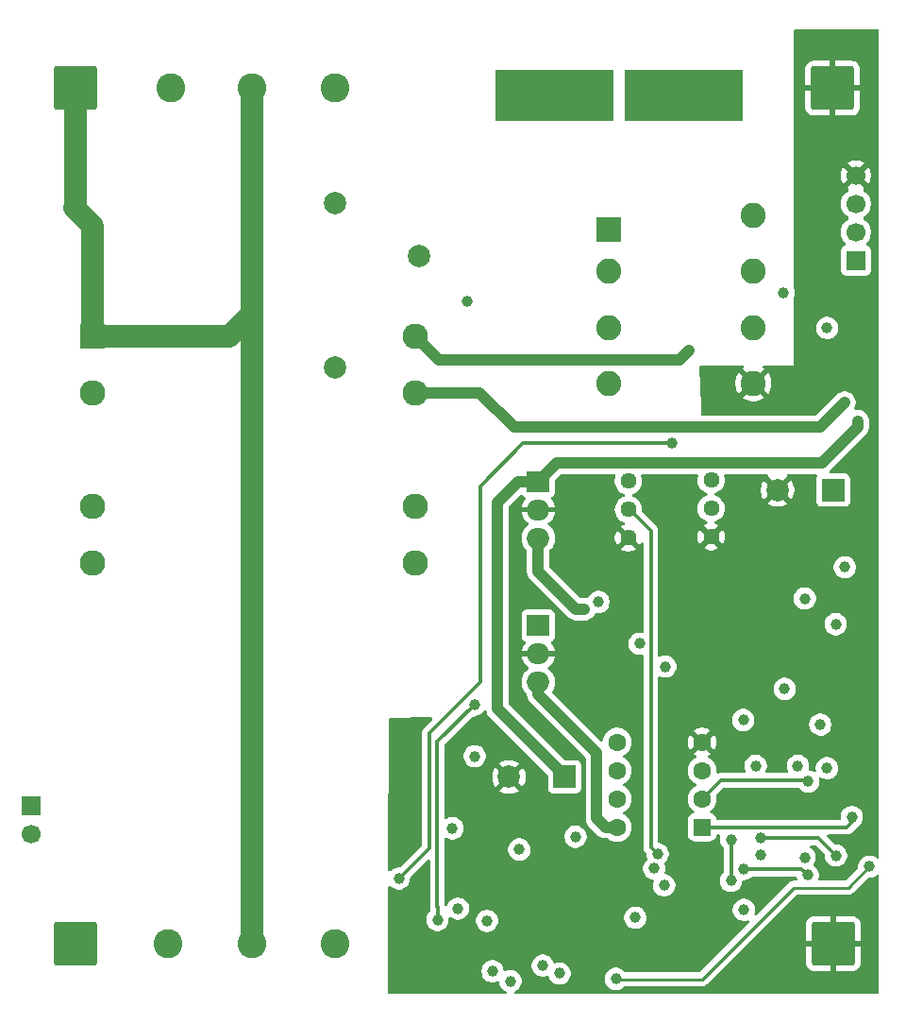
<source format=gbr>
%TF.GenerationSoftware,KiCad,Pcbnew,9.0.1*%
%TF.CreationDate,2025-04-03T14:44:02-07:00*%
%TF.ProjectId,Final_Board-v3C,46696e61-6c5f-4426-9f61-72642d763343,rev?*%
%TF.SameCoordinates,Original*%
%TF.FileFunction,Copper,L2,Inr*%
%TF.FilePolarity,Positive*%
%FSLAX46Y46*%
G04 Gerber Fmt 4.6, Leading zero omitted, Abs format (unit mm)*
G04 Created by KiCad (PCBNEW 9.0.1) date 2025-04-03 14:44:02*
%MOMM*%
%LPD*%
G01*
G04 APERTURE LIST*
G04 Aperture macros list*
%AMRoundRect*
0 Rectangle with rounded corners*
0 $1 Rounding radius*
0 $2 $3 $4 $5 $6 $7 $8 $9 X,Y pos of 4 corners*
0 Add a 4 corners polygon primitive as box body*
4,1,4,$2,$3,$4,$5,$6,$7,$8,$9,$2,$3,0*
0 Add four circle primitives for the rounded corners*
1,1,$1+$1,$2,$3*
1,1,$1+$1,$4,$5*
1,1,$1+$1,$6,$7*
1,1,$1+$1,$8,$9*
0 Add four rect primitives between the rounded corners*
20,1,$1+$1,$2,$3,$4,$5,0*
20,1,$1+$1,$4,$5,$6,$7,0*
20,1,$1+$1,$6,$7,$8,$9,0*
20,1,$1+$1,$8,$9,$2,$3,0*%
%AMFreePoly0*
4,1,5,2.250000,-4.000000,-2.250000,-4.000000,-2.250000,4.000000,2.250000,4.000000,2.250000,-4.000000,2.250000,-4.000000,$1*%
%AMFreePoly1*
4,1,5,1.500000,-2.250000,-1.500000,-2.250000,-1.500000,2.250000,1.500000,2.250000,1.500000,-2.250000,1.500000,-2.250000,$1*%
%AMFreePoly2*
4,1,5,4.000000,-2.250000,-4.000000,-2.250000,-4.000000,2.250000,4.000000,2.250000,4.000000,-2.250000,4.000000,-2.250000,$1*%
G04 Aperture macros list end*
%TA.AperFunction,ComponentPad*%
%ADD10R,1.700000X1.700000*%
%TD*%
%TA.AperFunction,ComponentPad*%
%ADD11C,1.700000*%
%TD*%
%TA.AperFunction,ComponentPad*%
%ADD12C,2.600000*%
%TD*%
%TA.AperFunction,ComponentPad*%
%ADD13FreePoly0,90.000000*%
%TD*%
%TA.AperFunction,ComponentPad*%
%ADD14FreePoly1,0.000000*%
%TD*%
%TA.AperFunction,ComponentPad*%
%ADD15FreePoly2,0.000000*%
%TD*%
%TA.AperFunction,ComponentPad*%
%ADD16R,2.000000X1.905000*%
%TD*%
%TA.AperFunction,ComponentPad*%
%ADD17O,2.000000X1.905000*%
%TD*%
%TA.AperFunction,ComponentPad*%
%ADD18RoundRect,0.250002X-1.699998X-1.699998X1.699998X-1.699998X1.699998X1.699998X-1.699998X1.699998X0*%
%TD*%
%TA.AperFunction,ComponentPad*%
%ADD19R,2.000000X2.000000*%
%TD*%
%TA.AperFunction,ComponentPad*%
%ADD20C,2.000000*%
%TD*%
%TA.AperFunction,ComponentPad*%
%ADD21C,1.440000*%
%TD*%
%TA.AperFunction,ComponentPad*%
%ADD22R,2.250000X2.250000*%
%TD*%
%TA.AperFunction,ComponentPad*%
%ADD23C,2.250000*%
%TD*%
%TA.AperFunction,ComponentPad*%
%ADD24R,2.286000X2.286000*%
%TD*%
%TA.AperFunction,ComponentPad*%
%ADD25C,2.286000*%
%TD*%
%TA.AperFunction,ComponentPad*%
%ADD26RoundRect,0.250000X0.550000X0.550000X-0.550000X0.550000X-0.550000X-0.550000X0.550000X-0.550000X0*%
%TD*%
%TA.AperFunction,ComponentPad*%
%ADD27C,1.600000*%
%TD*%
%TA.AperFunction,ViaPad*%
%ADD28C,1.000000*%
%TD*%
%TA.AperFunction,ViaPad*%
%ADD29C,2.000000*%
%TD*%
%TA.AperFunction,Conductor*%
%ADD30C,2.000000*%
%TD*%
%TA.AperFunction,Conductor*%
%ADD31C,1.000000*%
%TD*%
%TA.AperFunction,Conductor*%
%ADD32C,0.300000*%
%TD*%
%TA.AperFunction,Conductor*%
%ADD33C,0.254000*%
%TD*%
G04 APERTURE END LIST*
D10*
%TO.N,Net-(J5-Pin_1)*%
%TO.C,J5*%
X102700000Y-120050000D03*
D11*
%TO.N,GND*%
X102700000Y-122590000D03*
%TD*%
D12*
%TO.N,GND*%
%TO.C,E2*%
X122480000Y-55768000D03*
%TD*%
D13*
%TO.N,Net-(P1-L)*%
%TO.C,F1*%
X148340000Y-56400000D03*
D14*
X153420000Y-56400000D03*
%TO.N,Net-(F1-Pad2)*%
X157480000Y-56400000D03*
D15*
X162560000Y-56400000D03*
%TD*%
D16*
%TO.N,Net-(D2-+)*%
%TO.C,U2*%
X148200000Y-91000000D03*
D17*
%TO.N,GND*%
X148200000Y-93540000D03*
%TO.N,5v*%
X148200000Y-96080000D03*
%TD*%
D12*
%TO.N,Net-(J1-L)*%
%TO.C,E4*%
X115000000Y-132431000D03*
%TD*%
%TO.N,Net-(J1-N)*%
%TO.C,E3*%
X130010000Y-55768000D03*
%TD*%
D18*
%TO.N,GND*%
%TO.C,H3*%
X174659000Y-132431000D03*
%TD*%
D19*
%TO.N,Net-(D2-+)*%
%TO.C,C4*%
X150570000Y-117490000D03*
D20*
%TO.N,GND*%
X145570000Y-117490000D03*
%TD*%
D18*
%TO.N,GND*%
%TO.C,H1*%
X106659000Y-55768000D03*
%TD*%
D21*
%TO.N,Net-(R14-Pad2)*%
%TO.C,RV2*%
X163710000Y-90880000D03*
%TO.N,Net-(C12-Pad1)*%
X163710000Y-93420000D03*
%TO.N,GND*%
X163710000Y-95960000D03*
%TD*%
D12*
%TO.N,Net-(P1-L)*%
%TO.C,E1*%
X115200000Y-55768000D03*
%TD*%
D16*
%TO.N,Net-(D1-+)*%
%TO.C,U1*%
X148200000Y-103920000D03*
D17*
%TO.N,GND*%
X148200000Y-106460000D03*
%TO.N,VCC*%
X148200000Y-109000000D03*
%TD*%
D12*
%TO.N,Net-(J1-N)*%
%TO.C,E6*%
X130000000Y-132431000D03*
%TD*%
D21*
%TO.N,Net-(R1-Pad1)*%
%TO.C,RV1*%
X156290000Y-90980000D03*
%TO.N,Net-(C9-Pad1)*%
X156290000Y-93520000D03*
%TO.N,GND*%
X156290000Y-96060000D03*
%TD*%
D22*
%TO.N,N/C*%
%TO.C,T2*%
X154500000Y-68400000D03*
D23*
%TO.N,Net-(F1-Pad2)*%
X154500000Y-72200000D03*
%TO.N,Net-(J1-L)*%
X154500000Y-77200000D03*
%TO.N,N/C*%
X154500000Y-82200000D03*
%TO.N,GND*%
X167500000Y-82200000D03*
%TO.N,N/C*%
X167500000Y-77200000D03*
X167500000Y-72200000D03*
%TO.N,Net-(R14-Pad2)*%
X167500000Y-67200000D03*
%TD*%
D19*
%TO.N,Net-(D1-+)*%
%TO.C,C3*%
X174667677Y-91780000D03*
D20*
%TO.N,GND*%
X169667677Y-91780000D03*
%TD*%
D18*
%TO.N,GND*%
%TO.C,H2*%
X174603000Y-55768000D03*
%TD*%
D24*
%TO.N,GND*%
%TO.C,T1*%
X108244000Y-77980000D03*
D25*
%TO.N,Net-(R1-Pad2)*%
X108244000Y-83060000D03*
%TO.N,Net-(J1-N)*%
X108244000Y-93220000D03*
%TO.N,Net-(F1-Pad2)*%
X108244000Y-98300000D03*
%TO.N,Net-(D1-Pad2)*%
X137200000Y-77980000D03*
%TO.N,Net-(D2-Pad4)*%
X137200000Y-83060000D03*
X137200000Y-93220000D03*
%TO.N,Net-(D1-Pad4)*%
X137200000Y-98300000D03*
%TD*%
D12*
%TO.N,GND*%
%TO.C,E5*%
X122480000Y-132431000D03*
%TD*%
D18*
%TO.N,unconnected-(H4-Pin_1-Pad1)*%
%TO.C,H4*%
X106659000Y-132431000D03*
%TD*%
D10*
%TO.N,Net-(J7-Pin_1)*%
%TO.C,J7*%
X176700000Y-71200000D03*
D11*
%TO.N,SDA*%
X176700000Y-68660000D03*
%TO.N,5v*%
X176700000Y-66120000D03*
%TO.N,GND*%
X176700000Y-63580000D03*
%TD*%
D26*
%TO.N,Net-(C10-Pad1)*%
%TO.C,U4*%
X162900000Y-122000000D03*
D27*
%TO.N,Net-(U4A--)*%
X162900000Y-119460000D03*
%TO.N,Net-(U4A-+)*%
X162900000Y-116920000D03*
%TO.N,GND*%
X162900000Y-114380000D03*
%TO.N,Net-(U4B-+)*%
X155280000Y-114380000D03*
%TO.N,Net-(U4B--)*%
X155280000Y-116920000D03*
%TO.N,Net-(C11-Pad1)*%
X155280000Y-119460000D03*
%TO.N,VCC*%
X155280000Y-122000000D03*
%TD*%
D28*
%TO.N,GND*%
X172250000Y-106750000D03*
X152600000Y-91300000D03*
X168200000Y-101350000D03*
X172150000Y-120080000D03*
X164900000Y-131200000D03*
X135850000Y-117260000D03*
X159420000Y-121330000D03*
X161400000Y-108600000D03*
X176900000Y-113100000D03*
X154650000Y-130750000D03*
X165200000Y-105400000D03*
X122480000Y-118100000D03*
X152600000Y-93550000D03*
X155860000Y-128820000D03*
X141700000Y-119300000D03*
X151100000Y-130500000D03*
X171640000Y-113110000D03*
X165720000Y-119140000D03*
X177500000Y-105100000D03*
X139300000Y-133600000D03*
X161750000Y-91250000D03*
X152940000Y-125720000D03*
%TO.N,Net-(U4B--)*%
X168160000Y-124510000D03*
X140500000Y-122100000D03*
%TO.N,Net-(U4A-+)*%
X167710000Y-116510000D03*
X171490000Y-116510000D03*
%TO.N,Net-(D3-K)*%
X174100000Y-116700000D03*
X173500000Y-112800000D03*
X172110000Y-101500000D03*
X151550000Y-122850000D03*
%TO.N,VCC*%
X172100000Y-124700000D03*
%TO.N,Net-(U4B-+)*%
X146500000Y-124000000D03*
X148600000Y-134400000D03*
X145700000Y-135800000D03*
%TO.N,Net-(U4A--)*%
X172400000Y-117900000D03*
D29*
%TO.N,Net-(F1-Pad2)*%
X137480000Y-70800000D03*
D28*
%TO.N,5v*%
X141000000Y-129300000D03*
X166600000Y-112400000D03*
X152330000Y-102470000D03*
X156900000Y-130100000D03*
X158600000Y-125700000D03*
%TO.N,Net-(C10-Pad1)*%
X159500000Y-127200000D03*
X176340000Y-121090000D03*
%TO.N,Net-(C11-Pad1)*%
X172380000Y-126300000D03*
X150114984Y-135102417D03*
X166650000Y-129400000D03*
X166650000Y-125750000D03*
%TO.N,Net-(U3-PC5)*%
X174900000Y-103800000D03*
X175700000Y-98700000D03*
%TO.N,Net-(J7-Pin_1)*%
X159600000Y-107600000D03*
%TO.N,Net-(J5-Pin_1)*%
X157300000Y-105550000D03*
%TO.N,SDA*%
X153600000Y-101800000D03*
%TO.N,Net-(D2-+)*%
X176870000Y-85590000D03*
%TO.N,Net-(C9-Pad2)*%
X165500000Y-126800000D03*
X165500000Y-123100000D03*
%TO.N,Net-(C9-Pad1)*%
X158900000Y-124400000D03*
%TO.N,Net-(D4-K)*%
X144100000Y-134900000D03*
X177900000Y-125530000D03*
X143600000Y-130400000D03*
X155170000Y-135600000D03*
%TO.N,Net-(C12-Pad1)*%
X139160000Y-130300000D03*
X142494000Y-110998000D03*
%TO.N,Net-(D1-Pad4)*%
X170200000Y-74100000D03*
%TO.N,Net-(D2-Pad4)*%
X175690000Y-83940000D03*
%TO.N,Net-(R11-Pad1)*%
X142500000Y-115640000D03*
X170300000Y-109600000D03*
X168159000Y-122980000D03*
X174910000Y-124540000D03*
%TO.N,Net-(R14-Pad2)*%
X135700000Y-126600000D03*
X160200000Y-87600000D03*
%TO.N,Net-(D1-Pad2)*%
X174110000Y-77250000D03*
X161700000Y-79300000D03*
%TO.N,Net-(R1-Pad2)*%
X141857500Y-74837500D03*
D29*
%TO.N,Net-(J1-N)*%
X130000000Y-80820000D03*
X130000000Y-66040000D03*
%TD*%
D30*
%TO.N,GND*%
X120500000Y-77980000D02*
X122480000Y-76000000D01*
X108244000Y-77980000D02*
X120500000Y-77980000D01*
X108244000Y-68064000D02*
X108244000Y-77980000D01*
X122480000Y-132431000D02*
X122480000Y-55768000D01*
X106630000Y-66450000D02*
X108244000Y-68064000D01*
X106659000Y-55768000D02*
X106659000Y-66450000D01*
D31*
%TO.N,VCC*%
X153450000Y-115350000D02*
X153450000Y-121220000D01*
X153450000Y-121220000D02*
X154230000Y-122000000D01*
X148200000Y-110100000D02*
X153450000Y-115350000D01*
X148200000Y-109000000D02*
X148200000Y-110100000D01*
X154230000Y-122000000D02*
X155280000Y-122000000D01*
D32*
%TO.N,Net-(U4A--)*%
X162900000Y-119460000D02*
X164560000Y-117800000D01*
X164560000Y-117800000D02*
X172300000Y-117800000D01*
D31*
%TO.N,5v*%
X148200000Y-99100000D02*
X148200000Y-96080000D01*
X151570000Y-102470000D02*
X148200000Y-99100000D01*
X152330000Y-102470000D02*
X151570000Y-102470000D01*
D32*
%TO.N,Net-(C10-Pad1)*%
X175900000Y-122000000D02*
X162900000Y-122000000D01*
X176340000Y-121560000D02*
X175900000Y-122000000D01*
X176340000Y-121090000D02*
X176340000Y-121560000D01*
%TO.N,Net-(C11-Pad1)*%
X171830000Y-125750000D02*
X172380000Y-126300000D01*
X166650000Y-125750000D02*
X171830000Y-125750000D01*
D31*
%TO.N,Net-(D2-+)*%
X176870000Y-85590000D02*
X176870000Y-86130000D01*
X146400000Y-91000000D02*
X144526000Y-92874000D01*
X176870000Y-86130000D02*
X173640000Y-89360000D01*
X173640000Y-89360000D02*
X149840000Y-89360000D01*
X149840000Y-89360000D02*
X148200000Y-91000000D01*
X148200000Y-91000000D02*
X146400000Y-91000000D01*
X144526000Y-92874000D02*
X144526000Y-111358323D01*
X144526000Y-111358323D02*
X150567677Y-117400000D01*
D32*
%TO.N,Net-(C9-Pad2)*%
X165500000Y-126800000D02*
X165500000Y-123100000D01*
%TO.N,Net-(C9-Pad1)*%
X158900000Y-124400000D02*
X158300000Y-123800000D01*
X158300000Y-123800000D02*
X158300000Y-95440000D01*
X158300000Y-95440000D02*
X156300000Y-93440000D01*
D33*
%TO.N,Net-(D4-K)*%
X162900000Y-135630000D02*
X155200000Y-135630000D01*
X177900000Y-125530000D02*
X176010000Y-127420000D01*
X176010000Y-127420000D02*
X171110000Y-127420000D01*
X171110000Y-127420000D02*
X162900000Y-135630000D01*
D32*
%TO.N,Net-(C12-Pad1)*%
X139150000Y-129150000D02*
X139150000Y-114342000D01*
X139150000Y-114342000D02*
X142494000Y-110998000D01*
X139160000Y-129160000D02*
X139150000Y-129150000D01*
X139160000Y-130300000D02*
X139160000Y-129160000D01*
D31*
%TO.N,Net-(D2-Pad4)*%
X175690000Y-83940000D02*
X175690000Y-83950000D01*
X142960000Y-83060000D02*
X137200000Y-83060000D01*
X173490000Y-86150000D02*
X146050000Y-86150000D01*
X175690000Y-83950000D02*
X173490000Y-86150000D01*
X146050000Y-86150000D02*
X142960000Y-83060000D01*
D32*
%TO.N,Net-(R11-Pad1)*%
X174910000Y-124540000D02*
X173350000Y-122980000D01*
X173350000Y-122980000D02*
X168159000Y-122980000D01*
%TO.N,Net-(R14-Pad2)*%
X135700000Y-126600000D02*
X138430000Y-123870000D01*
X143002000Y-91440000D02*
X146842000Y-87600000D01*
X146842000Y-87600000D02*
X160200000Y-87600000D01*
X138430000Y-123870000D02*
X138430000Y-113538000D01*
X143002000Y-108966000D02*
X143002000Y-91440000D01*
X138430000Y-113538000D02*
X143002000Y-108966000D01*
D31*
%TO.N,Net-(D1-Pad2)*%
X137200000Y-77980000D02*
X139320000Y-80100000D01*
X139320000Y-80100000D02*
X160900000Y-80100000D01*
X160900000Y-80100000D02*
X161700000Y-79300000D01*
%TD*%
%TA.AperFunction,Conductor*%
%TO.N,GND*%
G36*
X178722539Y-50520185D02*
G01*
X178768294Y-50572989D01*
X178779500Y-50624500D01*
X178779500Y-124695216D01*
X178759815Y-124762255D01*
X178707011Y-124808010D01*
X178637853Y-124817954D01*
X178574297Y-124788929D01*
X178567819Y-124782897D01*
X178537785Y-124752863D01*
X178537781Y-124752860D01*
X178373920Y-124643371D01*
X178373907Y-124643364D01*
X178191839Y-124567950D01*
X178191829Y-124567947D01*
X177998543Y-124529500D01*
X177998541Y-124529500D01*
X177801459Y-124529500D01*
X177801457Y-124529500D01*
X177608170Y-124567947D01*
X177608160Y-124567950D01*
X177426092Y-124643364D01*
X177426079Y-124643371D01*
X177262218Y-124752860D01*
X177262214Y-124752863D01*
X177122863Y-124892214D01*
X177122860Y-124892218D01*
X177013371Y-125056079D01*
X177013364Y-125056092D01*
X176937950Y-125238160D01*
X176937947Y-125238170D01*
X176899500Y-125431456D01*
X176899500Y-125591718D01*
X176879815Y-125658757D01*
X176863181Y-125679399D01*
X175786400Y-126756181D01*
X175725077Y-126789666D01*
X175698719Y-126792500D01*
X173444512Y-126792500D01*
X173377473Y-126772815D01*
X173331718Y-126720011D01*
X173321774Y-126650853D01*
X173329951Y-126621048D01*
X173342049Y-126591839D01*
X173342051Y-126591835D01*
X173361899Y-126492052D01*
X173380500Y-126398543D01*
X173380500Y-126201456D01*
X173342052Y-126008170D01*
X173342051Y-126008169D01*
X173342051Y-126008165D01*
X173335287Y-125991835D01*
X173266635Y-125826092D01*
X173266628Y-125826079D01*
X173157139Y-125662218D01*
X173157136Y-125662214D01*
X173017785Y-125522863D01*
X173017781Y-125522860D01*
X172938156Y-125469656D01*
X172893351Y-125416044D01*
X172884644Y-125346719D01*
X172903944Y-125297665D01*
X172986632Y-125173914D01*
X173062051Y-124991835D01*
X173079597Y-124903626D01*
X173100500Y-124798543D01*
X173100500Y-124601456D01*
X173062052Y-124408170D01*
X173062051Y-124408169D01*
X173062051Y-124408165D01*
X173062049Y-124408160D01*
X172986635Y-124226092D01*
X172986628Y-124226079D01*
X172877139Y-124062218D01*
X172877136Y-124062214D01*
X172737785Y-123922863D01*
X172737781Y-123922860D01*
X172640116Y-123857602D01*
X172595311Y-123803990D01*
X172586604Y-123734665D01*
X172616759Y-123671637D01*
X172676202Y-123634918D01*
X172709007Y-123630500D01*
X173029192Y-123630500D01*
X173096231Y-123650185D01*
X173116873Y-123666819D01*
X173873181Y-124423126D01*
X173906666Y-124484449D01*
X173909500Y-124510807D01*
X173909500Y-124638541D01*
X173909500Y-124638543D01*
X173909499Y-124638543D01*
X173947947Y-124831829D01*
X173947950Y-124831839D01*
X174023364Y-125013907D01*
X174023371Y-125013920D01*
X174132860Y-125177781D01*
X174132863Y-125177785D01*
X174272214Y-125317136D01*
X174272218Y-125317139D01*
X174436079Y-125426628D01*
X174436092Y-125426635D01*
X174618160Y-125502049D01*
X174618165Y-125502051D01*
X174618169Y-125502051D01*
X174618170Y-125502052D01*
X174811456Y-125540500D01*
X174811459Y-125540500D01*
X175008543Y-125540500D01*
X175138582Y-125514632D01*
X175201835Y-125502051D01*
X175342655Y-125443721D01*
X175383907Y-125426635D01*
X175383907Y-125426634D01*
X175383914Y-125426632D01*
X175547782Y-125317139D01*
X175687139Y-125177782D01*
X175796632Y-125013914D01*
X175872051Y-124831835D01*
X175894208Y-124720446D01*
X175910500Y-124638543D01*
X175910500Y-124441456D01*
X175872052Y-124248170D01*
X175872051Y-124248169D01*
X175872051Y-124248165D01*
X175814062Y-124108165D01*
X175796635Y-124066092D01*
X175796628Y-124066079D01*
X175687139Y-123902218D01*
X175687136Y-123902214D01*
X175547785Y-123762863D01*
X175547781Y-123762860D01*
X175383920Y-123653371D01*
X175383907Y-123653364D01*
X175201839Y-123577950D01*
X175201829Y-123577947D01*
X175008543Y-123539500D01*
X175008541Y-123539500D01*
X174880807Y-123539500D01*
X174813768Y-123519815D01*
X174793126Y-123503181D01*
X174152127Y-122862181D01*
X174118642Y-122800858D01*
X174123626Y-122731166D01*
X174165498Y-122675233D01*
X174230962Y-122650816D01*
X174239808Y-122650500D01*
X175964071Y-122650500D01*
X176048615Y-122633682D01*
X176089744Y-122625501D01*
X176208127Y-122576465D01*
X176235515Y-122558165D01*
X176314669Y-122505277D01*
X176845277Y-121974669D01*
X176854500Y-121960864D01*
X176888704Y-121926658D01*
X176977782Y-121867139D01*
X177117139Y-121727782D01*
X177226632Y-121563914D01*
X177302051Y-121381835D01*
X177325390Y-121264505D01*
X177340500Y-121188543D01*
X177340500Y-120991456D01*
X177302052Y-120798170D01*
X177302051Y-120798169D01*
X177302051Y-120798165D01*
X177274447Y-120731523D01*
X177226635Y-120616092D01*
X177226628Y-120616079D01*
X177117139Y-120452218D01*
X177117136Y-120452214D01*
X176977785Y-120312863D01*
X176977781Y-120312860D01*
X176813920Y-120203371D01*
X176813907Y-120203364D01*
X176631839Y-120127950D01*
X176631829Y-120127947D01*
X176438543Y-120089500D01*
X176438541Y-120089500D01*
X176241459Y-120089500D01*
X176241457Y-120089500D01*
X176048170Y-120127947D01*
X176048160Y-120127950D01*
X175866092Y-120203364D01*
X175866079Y-120203371D01*
X175702218Y-120312860D01*
X175702214Y-120312863D01*
X175562863Y-120452214D01*
X175562860Y-120452218D01*
X175453371Y-120616079D01*
X175453364Y-120616092D01*
X175377950Y-120798160D01*
X175377947Y-120798170D01*
X175339500Y-120991456D01*
X175339500Y-121188545D01*
X175342039Y-121201309D01*
X175335812Y-121270900D01*
X175292949Y-121326078D01*
X175227059Y-121349322D01*
X175220422Y-121349500D01*
X164296870Y-121349500D01*
X164229831Y-121329815D01*
X164184076Y-121277011D01*
X164179164Y-121264505D01*
X164169458Y-121235214D01*
X164134814Y-121130666D01*
X164042712Y-120981344D01*
X163918656Y-120857288D01*
X163769334Y-120765186D01*
X163687427Y-120738044D01*
X163629984Y-120698272D01*
X163603161Y-120633756D01*
X163615476Y-120564980D01*
X163653547Y-120520021D01*
X163747219Y-120451966D01*
X163891966Y-120307219D01*
X163891968Y-120307215D01*
X163891971Y-120307213D01*
X163967415Y-120203371D01*
X164012287Y-120141610D01*
X164105220Y-119959219D01*
X164168477Y-119764534D01*
X164200500Y-119562352D01*
X164200500Y-119357648D01*
X164172345Y-119179886D01*
X164181300Y-119110593D01*
X164207134Y-119072810D01*
X164793127Y-118486819D01*
X164854450Y-118453334D01*
X164880808Y-118450500D01*
X171498261Y-118450500D01*
X171565300Y-118470185D01*
X171601363Y-118505609D01*
X171622860Y-118537781D01*
X171622863Y-118537785D01*
X171762214Y-118677136D01*
X171762218Y-118677139D01*
X171926079Y-118786628D01*
X171926092Y-118786635D01*
X172073149Y-118847547D01*
X172108165Y-118862051D01*
X172108169Y-118862051D01*
X172108170Y-118862052D01*
X172301456Y-118900500D01*
X172301459Y-118900500D01*
X172498543Y-118900500D01*
X172628582Y-118874632D01*
X172691835Y-118862051D01*
X172873914Y-118786632D01*
X173037782Y-118677139D01*
X173177139Y-118537782D01*
X173286632Y-118373914D01*
X173292767Y-118359104D01*
X173333217Y-118261446D01*
X173362051Y-118191835D01*
X173387121Y-118065802D01*
X173400500Y-117998543D01*
X173400500Y-117801456D01*
X173375043Y-117673478D01*
X173381270Y-117603886D01*
X173424133Y-117548709D01*
X173490023Y-117525464D01*
X173558020Y-117541532D01*
X173565551Y-117546184D01*
X173626080Y-117586628D01*
X173626086Y-117586632D01*
X173626088Y-117586633D01*
X173626092Y-117586635D01*
X173808160Y-117662049D01*
X173808165Y-117662051D01*
X173808169Y-117662051D01*
X173808170Y-117662052D01*
X174001456Y-117700500D01*
X174001459Y-117700500D01*
X174198543Y-117700500D01*
X174334388Y-117673478D01*
X174391835Y-117662051D01*
X174573914Y-117586632D01*
X174737782Y-117477139D01*
X174877139Y-117337782D01*
X174986632Y-117173914D01*
X174995758Y-117151883D01*
X175048697Y-117024075D01*
X175062051Y-116991835D01*
X175096634Y-116817977D01*
X175100500Y-116798543D01*
X175100500Y-116601456D01*
X175062052Y-116408170D01*
X175062051Y-116408169D01*
X175062051Y-116408165D01*
X175051427Y-116382516D01*
X174986635Y-116226092D01*
X174986628Y-116226079D01*
X174877139Y-116062218D01*
X174877136Y-116062214D01*
X174737785Y-115922863D01*
X174737781Y-115922860D01*
X174573920Y-115813371D01*
X174573907Y-115813364D01*
X174391839Y-115737950D01*
X174391829Y-115737947D01*
X174198543Y-115699500D01*
X174198541Y-115699500D01*
X174001459Y-115699500D01*
X174001457Y-115699500D01*
X173808170Y-115737947D01*
X173808160Y-115737950D01*
X173626092Y-115813364D01*
X173626079Y-115813371D01*
X173462218Y-115922860D01*
X173462214Y-115922863D01*
X173322863Y-116062214D01*
X173322860Y-116062218D01*
X173213371Y-116226079D01*
X173213364Y-116226092D01*
X173137950Y-116408160D01*
X173137947Y-116408170D01*
X173099500Y-116601456D01*
X173099500Y-116798545D01*
X173124956Y-116926522D01*
X173118729Y-116996114D01*
X173075866Y-117051291D01*
X173009976Y-117074535D01*
X172941979Y-117058467D01*
X172934448Y-117053815D01*
X172873920Y-117013371D01*
X172873907Y-117013364D01*
X172691839Y-116937950D01*
X172691829Y-116937947D01*
X172556749Y-116911078D01*
X172494838Y-116878693D01*
X172460264Y-116817977D01*
X172459324Y-116765271D01*
X172490500Y-116608541D01*
X172490500Y-116411459D01*
X172490500Y-116411456D01*
X172452052Y-116218170D01*
X172452051Y-116218169D01*
X172452051Y-116218165D01*
X172408869Y-116113914D01*
X172376635Y-116036092D01*
X172376628Y-116036079D01*
X172267139Y-115872218D01*
X172267136Y-115872214D01*
X172127785Y-115732863D01*
X172127781Y-115732860D01*
X171963920Y-115623371D01*
X171963907Y-115623364D01*
X171781839Y-115547950D01*
X171781829Y-115547947D01*
X171588543Y-115509500D01*
X171588541Y-115509500D01*
X171391459Y-115509500D01*
X171391457Y-115509500D01*
X171198170Y-115547947D01*
X171198160Y-115547950D01*
X171016092Y-115623364D01*
X171016079Y-115623371D01*
X170852218Y-115732860D01*
X170852214Y-115732863D01*
X170712863Y-115872214D01*
X170712860Y-115872218D01*
X170603371Y-116036079D01*
X170603364Y-116036092D01*
X170527950Y-116218160D01*
X170527947Y-116218170D01*
X170489500Y-116411456D01*
X170489500Y-116411459D01*
X170489500Y-116608541D01*
X170489500Y-116608543D01*
X170489499Y-116608543D01*
X170527947Y-116801829D01*
X170527950Y-116801839D01*
X170600938Y-116978048D01*
X170608407Y-117047517D01*
X170577132Y-117109996D01*
X170517043Y-117145648D01*
X170486377Y-117149500D01*
X168713623Y-117149500D01*
X168646584Y-117129815D01*
X168600829Y-117077011D01*
X168590885Y-117007853D01*
X168599062Y-116978048D01*
X168672049Y-116801839D01*
X168672051Y-116801835D01*
X168710500Y-116608541D01*
X168710500Y-116411459D01*
X168710500Y-116411456D01*
X168672052Y-116218170D01*
X168672051Y-116218169D01*
X168672051Y-116218165D01*
X168628869Y-116113914D01*
X168596635Y-116036092D01*
X168596628Y-116036079D01*
X168487139Y-115872218D01*
X168487136Y-115872214D01*
X168347785Y-115732863D01*
X168347781Y-115732860D01*
X168183920Y-115623371D01*
X168183907Y-115623364D01*
X168001839Y-115547950D01*
X168001829Y-115547947D01*
X167808543Y-115509500D01*
X167808541Y-115509500D01*
X167611459Y-115509500D01*
X167611457Y-115509500D01*
X167418170Y-115547947D01*
X167418160Y-115547950D01*
X167236092Y-115623364D01*
X167236079Y-115623371D01*
X167072218Y-115732860D01*
X167072214Y-115732863D01*
X166932863Y-115872214D01*
X166932860Y-115872218D01*
X166823371Y-116036079D01*
X166823364Y-116036092D01*
X166747950Y-116218160D01*
X166747947Y-116218170D01*
X166709500Y-116411456D01*
X166709500Y-116411459D01*
X166709500Y-116608541D01*
X166709500Y-116608543D01*
X166709499Y-116608543D01*
X166747947Y-116801829D01*
X166747950Y-116801839D01*
X166820938Y-116978048D01*
X166828407Y-117047517D01*
X166797132Y-117109996D01*
X166737043Y-117145648D01*
X166706377Y-117149500D01*
X164495929Y-117149500D01*
X164370261Y-117174497D01*
X164370249Y-117174501D01*
X164367340Y-117175706D01*
X164365696Y-117175882D01*
X164364429Y-117176267D01*
X164364356Y-117176026D01*
X164297869Y-117183166D01*
X164235394Y-117151883D01*
X164199749Y-117091790D01*
X164197428Y-117041744D01*
X164200500Y-117022352D01*
X164200500Y-116817648D01*
X164168477Y-116615466D01*
X164105220Y-116420781D01*
X164105218Y-116420778D01*
X164105218Y-116420776D01*
X164071503Y-116354607D01*
X164012287Y-116238390D01*
X164003343Y-116226079D01*
X163891971Y-116072786D01*
X163747213Y-115928028D01*
X163581611Y-115807713D01*
X163488369Y-115760203D01*
X163437574Y-115712229D01*
X163420779Y-115644407D01*
X163443317Y-115578273D01*
X163488371Y-115539234D01*
X163581346Y-115491861D01*
X163581347Y-115491861D01*
X163625921Y-115459474D01*
X162946447Y-114780000D01*
X162952661Y-114780000D01*
X163054394Y-114752741D01*
X163145606Y-114700080D01*
X163220080Y-114625606D01*
X163272741Y-114534394D01*
X163300000Y-114432661D01*
X163300000Y-114426447D01*
X163979474Y-115105921D01*
X164011859Y-115061349D01*
X164104755Y-114879031D01*
X164167990Y-114684417D01*
X164200000Y-114482317D01*
X164200000Y-114277682D01*
X164167990Y-114075582D01*
X164104755Y-113880968D01*
X164011859Y-113698650D01*
X163979474Y-113654077D01*
X163979474Y-113654076D01*
X163300000Y-114333551D01*
X163300000Y-114327339D01*
X163272741Y-114225606D01*
X163220080Y-114134394D01*
X163145606Y-114059920D01*
X163054394Y-114007259D01*
X162952661Y-113980000D01*
X162946446Y-113980000D01*
X163625922Y-113300524D01*
X163625921Y-113300523D01*
X163581359Y-113268147D01*
X163581350Y-113268141D01*
X163399031Y-113175244D01*
X163204417Y-113112009D01*
X163002317Y-113080000D01*
X162797683Y-113080000D01*
X162595582Y-113112009D01*
X162400968Y-113175244D01*
X162218644Y-113268143D01*
X162174077Y-113300523D01*
X162174077Y-113300524D01*
X162853554Y-113980000D01*
X162847339Y-113980000D01*
X162745606Y-114007259D01*
X162654394Y-114059920D01*
X162579920Y-114134394D01*
X162527259Y-114225606D01*
X162500000Y-114327339D01*
X162500000Y-114333553D01*
X161820524Y-113654077D01*
X161820523Y-113654077D01*
X161788143Y-113698644D01*
X161695244Y-113880968D01*
X161632009Y-114075582D01*
X161600000Y-114277682D01*
X161600000Y-114482317D01*
X161632009Y-114684417D01*
X161695244Y-114879031D01*
X161788141Y-115061350D01*
X161788147Y-115061359D01*
X161820523Y-115105921D01*
X161820524Y-115105922D01*
X162500000Y-114426446D01*
X162500000Y-114432661D01*
X162527259Y-114534394D01*
X162579920Y-114625606D01*
X162654394Y-114700080D01*
X162745606Y-114752741D01*
X162847339Y-114780000D01*
X162853553Y-114780000D01*
X162174076Y-115459474D01*
X162218652Y-115491861D01*
X162311628Y-115539234D01*
X162362425Y-115587208D01*
X162379220Y-115655029D01*
X162356683Y-115721164D01*
X162311630Y-115760203D01*
X162218388Y-115807713D01*
X162052786Y-115928028D01*
X161908028Y-116072786D01*
X161787715Y-116238386D01*
X161694781Y-116420776D01*
X161631522Y-116615465D01*
X161599500Y-116817648D01*
X161599500Y-117022351D01*
X161631522Y-117224534D01*
X161694781Y-117419223D01*
X161757102Y-117541532D01*
X161780081Y-117586632D01*
X161787715Y-117601613D01*
X161908028Y-117767213D01*
X162052786Y-117911971D01*
X162160186Y-117990000D01*
X162218390Y-118032287D01*
X162284167Y-118065802D01*
X162311080Y-118079515D01*
X162361876Y-118127490D01*
X162378671Y-118195311D01*
X162356134Y-118261446D01*
X162311080Y-118300485D01*
X162218386Y-118347715D01*
X162052786Y-118468028D01*
X161908028Y-118612786D01*
X161787715Y-118778386D01*
X161694781Y-118960776D01*
X161631522Y-119155465D01*
X161599500Y-119357648D01*
X161599500Y-119562351D01*
X161631522Y-119764534D01*
X161694781Y-119959223D01*
X161758691Y-120084653D01*
X161780752Y-120127949D01*
X161787715Y-120141613D01*
X161908028Y-120307213D01*
X161908034Y-120307219D01*
X162052781Y-120451966D01*
X162146452Y-120520021D01*
X162189117Y-120575350D01*
X162195096Y-120644963D01*
X162162491Y-120706759D01*
X162112571Y-120738045D01*
X162030666Y-120765186D01*
X162030663Y-120765187D01*
X161881342Y-120857289D01*
X161757289Y-120981342D01*
X161665187Y-121130663D01*
X161665185Y-121130668D01*
X161662772Y-121137950D01*
X161610001Y-121297203D01*
X161610001Y-121297204D01*
X161610000Y-121297204D01*
X161599500Y-121399983D01*
X161599500Y-122600001D01*
X161599501Y-122600018D01*
X161610000Y-122702796D01*
X161610001Y-122702799D01*
X161665185Y-122869331D01*
X161665187Y-122869336D01*
X161672665Y-122881459D01*
X161757288Y-123018656D01*
X161881344Y-123142712D01*
X162030666Y-123234814D01*
X162197203Y-123289999D01*
X162299991Y-123300500D01*
X163500008Y-123300499D01*
X163602797Y-123289999D01*
X163769334Y-123234814D01*
X163918656Y-123142712D01*
X164042712Y-123018656D01*
X164134814Y-122869334D01*
X164179164Y-122735494D01*
X164193033Y-122715463D01*
X164203156Y-122693297D01*
X164212568Y-122687248D01*
X164218936Y-122678051D01*
X164241435Y-122668696D01*
X164261934Y-122655523D01*
X164279034Y-122653064D01*
X164283451Y-122651228D01*
X164296869Y-122650500D01*
X164418582Y-122650500D01*
X164485621Y-122670185D01*
X164531376Y-122722989D01*
X164541320Y-122792147D01*
X164539089Y-122802181D01*
X164539137Y-122802191D01*
X164499500Y-123001456D01*
X164499500Y-123001459D01*
X164499500Y-123198541D01*
X164499500Y-123198543D01*
X164499499Y-123198543D01*
X164537947Y-123391829D01*
X164537950Y-123391839D01*
X164613364Y-123573907D01*
X164613371Y-123573920D01*
X164722859Y-123737780D01*
X164722860Y-123737781D01*
X164722861Y-123737782D01*
X164813182Y-123828103D01*
X164846666Y-123889424D01*
X164849500Y-123915783D01*
X164849500Y-125984216D01*
X164829815Y-126051255D01*
X164813181Y-126071897D01*
X164722863Y-126162214D01*
X164722860Y-126162218D01*
X164613371Y-126326079D01*
X164613364Y-126326092D01*
X164537950Y-126508160D01*
X164537947Y-126508170D01*
X164499500Y-126701456D01*
X164499500Y-126701459D01*
X164499500Y-126898541D01*
X164499500Y-126898543D01*
X164499499Y-126898543D01*
X164537947Y-127091829D01*
X164537950Y-127091839D01*
X164613364Y-127273907D01*
X164613371Y-127273920D01*
X164722860Y-127437781D01*
X164722863Y-127437785D01*
X164862214Y-127577136D01*
X164862218Y-127577139D01*
X165026079Y-127686628D01*
X165026092Y-127686635D01*
X165208160Y-127762049D01*
X165208165Y-127762051D01*
X165208169Y-127762051D01*
X165208170Y-127762052D01*
X165401456Y-127800500D01*
X165401459Y-127800500D01*
X165598543Y-127800500D01*
X165728582Y-127774632D01*
X165791835Y-127762051D01*
X165973914Y-127686632D01*
X166137782Y-127577139D01*
X166277139Y-127437782D01*
X166386632Y-127273914D01*
X166462051Y-127091835D01*
X166493727Y-126932591D01*
X166500500Y-126898543D01*
X166500500Y-126874500D01*
X166520185Y-126807461D01*
X166572989Y-126761706D01*
X166624500Y-126750500D01*
X166748543Y-126750500D01*
X166878582Y-126724632D01*
X166941835Y-126712051D01*
X167123914Y-126636632D01*
X167287782Y-126527139D01*
X167378103Y-126436817D01*
X167439424Y-126403334D01*
X167465783Y-126400500D01*
X171278126Y-126400500D01*
X171305297Y-126408478D01*
X171333191Y-126413397D01*
X171338384Y-126418193D01*
X171345165Y-126420185D01*
X171363709Y-126441586D01*
X171384516Y-126460805D01*
X171387844Y-126469439D01*
X171390920Y-126472989D01*
X171398152Y-126493358D01*
X171399046Y-126496804D01*
X171417949Y-126591835D01*
X171433349Y-126629014D01*
X171435514Y-126637358D01*
X171434667Y-126664011D01*
X171437517Y-126690518D01*
X171433576Y-126698390D01*
X171433297Y-126707193D01*
X171418175Y-126729157D01*
X171406242Y-126752997D01*
X171398669Y-126757489D01*
X171393676Y-126764743D01*
X171369082Y-126775043D01*
X171346152Y-126788649D01*
X171332511Y-126790362D01*
X171329231Y-126791736D01*
X171326044Y-126791174D01*
X171315488Y-126792500D01*
X171048195Y-126792500D01*
X170926970Y-126816613D01*
X170926960Y-126816616D01*
X170812773Y-126863913D01*
X170812760Y-126863920D01*
X170709992Y-126932588D01*
X170709988Y-126932591D01*
X167813360Y-129829219D01*
X167752037Y-129862704D01*
X167682345Y-129857720D01*
X167626412Y-129815848D01*
X167601995Y-129750384D01*
X167610528Y-129697736D01*
X167610283Y-129697662D01*
X167610836Y-129695838D01*
X167611121Y-129694079D01*
X167612051Y-129691835D01*
X167631942Y-129591839D01*
X167650500Y-129498543D01*
X167650500Y-129301456D01*
X167612052Y-129108170D01*
X167612051Y-129108169D01*
X167612051Y-129108165D01*
X167570628Y-129008160D01*
X167536635Y-128926092D01*
X167536628Y-128926079D01*
X167427139Y-128762218D01*
X167427136Y-128762214D01*
X167287785Y-128622863D01*
X167287781Y-128622860D01*
X167123920Y-128513371D01*
X167123907Y-128513364D01*
X166941839Y-128437950D01*
X166941829Y-128437947D01*
X166748543Y-128399500D01*
X166748541Y-128399500D01*
X166551459Y-128399500D01*
X166551457Y-128399500D01*
X166358170Y-128437947D01*
X166358160Y-128437950D01*
X166176092Y-128513364D01*
X166176079Y-128513371D01*
X166012218Y-128622860D01*
X166012214Y-128622863D01*
X165872863Y-128762214D01*
X165872860Y-128762218D01*
X165763371Y-128926079D01*
X165763364Y-128926092D01*
X165687950Y-129108160D01*
X165687947Y-129108170D01*
X165649500Y-129301456D01*
X165649500Y-129301459D01*
X165649500Y-129498541D01*
X165649500Y-129498543D01*
X165649499Y-129498543D01*
X165687947Y-129691829D01*
X165687950Y-129691839D01*
X165763364Y-129873907D01*
X165763371Y-129873920D01*
X165872860Y-130037781D01*
X165872863Y-130037785D01*
X166012214Y-130177136D01*
X166012218Y-130177139D01*
X166176079Y-130286628D01*
X166176092Y-130286635D01*
X166354954Y-130360721D01*
X166358165Y-130362051D01*
X166358169Y-130362051D01*
X166358170Y-130362052D01*
X166551456Y-130400500D01*
X166551459Y-130400500D01*
X166748543Y-130400500D01*
X166878582Y-130374632D01*
X166941835Y-130362051D01*
X166944078Y-130361121D01*
X166945347Y-130360985D01*
X166947662Y-130360283D01*
X166947795Y-130360721D01*
X167013544Y-130353647D01*
X167076026Y-130384917D01*
X167111683Y-130445002D01*
X167109196Y-130514828D01*
X167079219Y-130563360D01*
X162676400Y-134966181D01*
X162615077Y-134999666D01*
X162588719Y-135002500D01*
X156038784Y-135002500D01*
X155971745Y-134982815D01*
X155951103Y-134966181D01*
X155807785Y-134822863D01*
X155807781Y-134822860D01*
X155643920Y-134713371D01*
X155643907Y-134713364D01*
X155461839Y-134637950D01*
X155461829Y-134637947D01*
X155268543Y-134599500D01*
X155268541Y-134599500D01*
X155071459Y-134599500D01*
X155071457Y-134599500D01*
X154878170Y-134637947D01*
X154878160Y-134637950D01*
X154696092Y-134713364D01*
X154696079Y-134713371D01*
X154532218Y-134822860D01*
X154532214Y-134822863D01*
X154392863Y-134962214D01*
X154392860Y-134962218D01*
X154283371Y-135126079D01*
X154283364Y-135126092D01*
X154207950Y-135308160D01*
X154207947Y-135308170D01*
X154169500Y-135501456D01*
X154169500Y-135501459D01*
X154169500Y-135698541D01*
X154169500Y-135698543D01*
X154169499Y-135698543D01*
X154207947Y-135891829D01*
X154207950Y-135891839D01*
X154283364Y-136073907D01*
X154283371Y-136073920D01*
X154392860Y-136237781D01*
X154392863Y-136237785D01*
X154532214Y-136377136D01*
X154532218Y-136377139D01*
X154696079Y-136486628D01*
X154696092Y-136486635D01*
X154878160Y-136562049D01*
X154878165Y-136562051D01*
X154878169Y-136562051D01*
X154878170Y-136562052D01*
X155071456Y-136600500D01*
X155071459Y-136600500D01*
X155268543Y-136600500D01*
X155398582Y-136574632D01*
X155461835Y-136562051D01*
X155643914Y-136486632D01*
X155807782Y-136377139D01*
X155891103Y-136293817D01*
X155952424Y-136260334D01*
X155978783Y-136257500D01*
X162961804Y-136257500D01*
X162961805Y-136257499D01*
X163083035Y-136233386D01*
X163163784Y-136199937D01*
X163197233Y-136186083D01*
X163300008Y-136117411D01*
X163387411Y-136030008D01*
X168736404Y-130681015D01*
X172209000Y-130681015D01*
X172209000Y-132181000D01*
X173433015Y-132181000D01*
X173409000Y-132332623D01*
X173409000Y-132529377D01*
X173433015Y-132681000D01*
X172209001Y-132681000D01*
X172209001Y-134180984D01*
X172219494Y-134283695D01*
X172274641Y-134450117D01*
X172274643Y-134450122D01*
X172366684Y-134599344D01*
X172490655Y-134723315D01*
X172639877Y-134815356D01*
X172639882Y-134815358D01*
X172806304Y-134870505D01*
X172806311Y-134870506D01*
X172909021Y-134880999D01*
X174408999Y-134880999D01*
X174409000Y-134880998D01*
X174409000Y-133656985D01*
X174560623Y-133681000D01*
X174757377Y-133681000D01*
X174909000Y-133656985D01*
X174909000Y-134880999D01*
X176408970Y-134880999D01*
X176408984Y-134880998D01*
X176511695Y-134870505D01*
X176678117Y-134815358D01*
X176678122Y-134815356D01*
X176827344Y-134723315D01*
X176951315Y-134599344D01*
X177043356Y-134450122D01*
X177043358Y-134450117D01*
X177098505Y-134283695D01*
X177098506Y-134283688D01*
X177108999Y-134180984D01*
X177109000Y-134180971D01*
X177109000Y-132681000D01*
X175884985Y-132681000D01*
X175909000Y-132529377D01*
X175909000Y-132332623D01*
X175884985Y-132181000D01*
X177108999Y-132181000D01*
X177108999Y-130681030D01*
X177108998Y-130681015D01*
X177098505Y-130578304D01*
X177043358Y-130411882D01*
X177043356Y-130411877D01*
X176951315Y-130262655D01*
X176827344Y-130138684D01*
X176678122Y-130046643D01*
X176678117Y-130046641D01*
X176511695Y-129991494D01*
X176511688Y-129991493D01*
X176408984Y-129981000D01*
X174909000Y-129981000D01*
X174909000Y-131205014D01*
X174757377Y-131181000D01*
X174560623Y-131181000D01*
X174409000Y-131205014D01*
X174409000Y-129981000D01*
X172909030Y-129981000D01*
X172909014Y-129981001D01*
X172806304Y-129991494D01*
X172639882Y-130046641D01*
X172639877Y-130046643D01*
X172490655Y-130138684D01*
X172366684Y-130262655D01*
X172274643Y-130411877D01*
X172274641Y-130411882D01*
X172219494Y-130578304D01*
X172219493Y-130578311D01*
X172209000Y-130681015D01*
X168736404Y-130681015D01*
X171333600Y-128083819D01*
X171394923Y-128050334D01*
X171421281Y-128047500D01*
X176071804Y-128047500D01*
X176071805Y-128047499D01*
X176193035Y-128023386D01*
X176273784Y-127989937D01*
X176307233Y-127976083D01*
X176410008Y-127907411D01*
X176497411Y-127820008D01*
X177750599Y-126566818D01*
X177811922Y-126533334D01*
X177838280Y-126530500D01*
X177998543Y-126530500D01*
X178132925Y-126503769D01*
X178191835Y-126492051D01*
X178365336Y-126420185D01*
X178373907Y-126416635D01*
X178373907Y-126416634D01*
X178373914Y-126416632D01*
X178537782Y-126307139D01*
X178551543Y-126293378D01*
X178567819Y-126277103D01*
X178629142Y-126243618D01*
X178698834Y-126248602D01*
X178754767Y-126290474D01*
X178779184Y-126355938D01*
X178779500Y-126364784D01*
X178779500Y-136827700D01*
X178759815Y-136894739D01*
X178707011Y-136940494D01*
X178655500Y-136951700D01*
X146157373Y-136951700D01*
X146090334Y-136932015D01*
X146044579Y-136879211D01*
X146034635Y-136810053D01*
X146063660Y-136746497D01*
X146109921Y-136713139D01*
X146173907Y-136686635D01*
X146173907Y-136686634D01*
X146173914Y-136686632D01*
X146337782Y-136577139D01*
X146477139Y-136437782D01*
X146586632Y-136273914D01*
X146662051Y-136091835D01*
X146682497Y-135989049D01*
X146700500Y-135898543D01*
X146700500Y-135701456D01*
X146662052Y-135508170D01*
X146662051Y-135508169D01*
X146662051Y-135508165D01*
X146614865Y-135394246D01*
X146586635Y-135326092D01*
X146586628Y-135326079D01*
X146477139Y-135162218D01*
X146477136Y-135162214D01*
X146337785Y-135022863D01*
X146337781Y-135022860D01*
X146173920Y-134913371D01*
X146173907Y-134913364D01*
X145991839Y-134837950D01*
X145991829Y-134837947D01*
X145798543Y-134799500D01*
X145798541Y-134799500D01*
X145601459Y-134799500D01*
X145601457Y-134799500D01*
X145408170Y-134837947D01*
X145408169Y-134837948D01*
X145408168Y-134837948D01*
X145408165Y-134837949D01*
X145329567Y-134870505D01*
X145270217Y-134895088D01*
X145200747Y-134902556D01*
X145138268Y-134871280D01*
X145102616Y-134811191D01*
X145101148Y-134804717D01*
X145082977Y-134713368D01*
X145062051Y-134608165D01*
X145058397Y-134599344D01*
X145016645Y-134498543D01*
X147599499Y-134498543D01*
X147637947Y-134691829D01*
X147637950Y-134691839D01*
X147713364Y-134873907D01*
X147713371Y-134873920D01*
X147822860Y-135037781D01*
X147822863Y-135037785D01*
X147962214Y-135177136D01*
X147962218Y-135177139D01*
X148126079Y-135286628D01*
X148126092Y-135286635D01*
X148268721Y-135345713D01*
X148308165Y-135362051D01*
X148308169Y-135362051D01*
X148308170Y-135362052D01*
X148501456Y-135400500D01*
X148501459Y-135400500D01*
X148698543Y-135400500D01*
X148832196Y-135373914D01*
X148891835Y-135362051D01*
X148988752Y-135321906D01*
X149058219Y-135314438D01*
X149120699Y-135345713D01*
X149150764Y-135389016D01*
X149228348Y-135576324D01*
X149228355Y-135576337D01*
X149337844Y-135740198D01*
X149337847Y-135740202D01*
X149477198Y-135879553D01*
X149477202Y-135879556D01*
X149641063Y-135989045D01*
X149641076Y-135989052D01*
X149823144Y-136064466D01*
X149823149Y-136064468D01*
X149823153Y-136064468D01*
X149823154Y-136064469D01*
X150016440Y-136102917D01*
X150016443Y-136102917D01*
X150213527Y-136102917D01*
X150359366Y-136073907D01*
X150406819Y-136064468D01*
X150588898Y-135989049D01*
X150752766Y-135879556D01*
X150892123Y-135740199D01*
X151001616Y-135576331D01*
X151077035Y-135394252D01*
X151090596Y-135326079D01*
X151115484Y-135200960D01*
X151115484Y-135003873D01*
X151077036Y-134810587D01*
X151077035Y-134810586D01*
X151077035Y-134810582D01*
X151040888Y-134723315D01*
X151001619Y-134628509D01*
X151001612Y-134628496D01*
X150892123Y-134464635D01*
X150892120Y-134464631D01*
X150752769Y-134325280D01*
X150752765Y-134325277D01*
X150588904Y-134215788D01*
X150588891Y-134215781D01*
X150406823Y-134140367D01*
X150406813Y-134140364D01*
X150213527Y-134101917D01*
X150213525Y-134101917D01*
X150016443Y-134101917D01*
X150016441Y-134101917D01*
X149823154Y-134140364D01*
X149823153Y-134140364D01*
X149726232Y-134180510D01*
X149656762Y-134187978D01*
X149594283Y-134156702D01*
X149564219Y-134113400D01*
X149486635Y-133926092D01*
X149486628Y-133926079D01*
X149377139Y-133762218D01*
X149377136Y-133762214D01*
X149237785Y-133622863D01*
X149237781Y-133622860D01*
X149073920Y-133513371D01*
X149073907Y-133513364D01*
X148891839Y-133437950D01*
X148891829Y-133437947D01*
X148698543Y-133399500D01*
X148698541Y-133399500D01*
X148501459Y-133399500D01*
X148501457Y-133399500D01*
X148308170Y-133437947D01*
X148308160Y-133437950D01*
X148126092Y-133513364D01*
X148126079Y-133513371D01*
X147962218Y-133622860D01*
X147962214Y-133622863D01*
X147822863Y-133762214D01*
X147822860Y-133762218D01*
X147713371Y-133926079D01*
X147713364Y-133926092D01*
X147637950Y-134108160D01*
X147637947Y-134108170D01*
X147599500Y-134301456D01*
X147599500Y-134301459D01*
X147599500Y-134498541D01*
X147599500Y-134498543D01*
X147599499Y-134498543D01*
X145016645Y-134498543D01*
X144986635Y-134426092D01*
X144986633Y-134426088D01*
X144986632Y-134426086D01*
X144919276Y-134325280D01*
X144877139Y-134262217D01*
X144737785Y-134122863D01*
X144737781Y-134122860D01*
X144573920Y-134013371D01*
X144573907Y-134013364D01*
X144391839Y-133937950D01*
X144391829Y-133937947D01*
X144198543Y-133899500D01*
X144198541Y-133899500D01*
X144001459Y-133899500D01*
X144001457Y-133899500D01*
X143808170Y-133937947D01*
X143808160Y-133937950D01*
X143626092Y-134013364D01*
X143626079Y-134013371D01*
X143462218Y-134122860D01*
X143462214Y-134122863D01*
X143322863Y-134262214D01*
X143322860Y-134262218D01*
X143213371Y-134426079D01*
X143213364Y-134426092D01*
X143137950Y-134608160D01*
X143137947Y-134608170D01*
X143099500Y-134801456D01*
X143099500Y-134801459D01*
X143099500Y-134998541D01*
X143099500Y-134998543D01*
X143099499Y-134998543D01*
X143137947Y-135191829D01*
X143137950Y-135191839D01*
X143213364Y-135373907D01*
X143213371Y-135373920D01*
X143322860Y-135537781D01*
X143322863Y-135537785D01*
X143462214Y-135677136D01*
X143462218Y-135677139D01*
X143626079Y-135786628D01*
X143626092Y-135786635D01*
X143727691Y-135828718D01*
X143808165Y-135862051D01*
X143808169Y-135862051D01*
X143808170Y-135862052D01*
X144001456Y-135900500D01*
X144001459Y-135900500D01*
X144198543Y-135900500D01*
X144328582Y-135874632D01*
X144391835Y-135862051D01*
X144529782Y-135804911D01*
X144599251Y-135797443D01*
X144661730Y-135828718D01*
X144697382Y-135888807D01*
X144698851Y-135895281D01*
X144737947Y-136091829D01*
X144737950Y-136091839D01*
X144813364Y-136273907D01*
X144813371Y-136273920D01*
X144922860Y-136437781D01*
X144922863Y-136437785D01*
X145062214Y-136577136D01*
X145062218Y-136577139D01*
X145226079Y-136686628D01*
X145226092Y-136686635D01*
X145290079Y-136713139D01*
X145344483Y-136756980D01*
X145366548Y-136823274D01*
X145349269Y-136890973D01*
X145298132Y-136938584D01*
X145242627Y-136951700D01*
X134826272Y-136951700D01*
X134759233Y-136932015D01*
X134713478Y-136879211D01*
X134702273Y-136827208D01*
X134708762Y-135191839D01*
X134739865Y-127353652D01*
X134759815Y-127286695D01*
X134812801Y-127241150D01*
X134881998Y-127231481D01*
X134945438Y-127260758D01*
X134951545Y-127266467D01*
X135062214Y-127377136D01*
X135062218Y-127377139D01*
X135226079Y-127486628D01*
X135226092Y-127486635D01*
X135408160Y-127562049D01*
X135408165Y-127562051D01*
X135408169Y-127562051D01*
X135408170Y-127562052D01*
X135601456Y-127600500D01*
X135601459Y-127600500D01*
X135798543Y-127600500D01*
X135928582Y-127574632D01*
X135991835Y-127562051D01*
X136173914Y-127486632D01*
X136337782Y-127377139D01*
X136477139Y-127237782D01*
X136586632Y-127073914D01*
X136662051Y-126891835D01*
X136682074Y-126791174D01*
X136700500Y-126698543D01*
X136700500Y-126570808D01*
X136720185Y-126503769D01*
X136736819Y-126483127D01*
X138287819Y-124932127D01*
X138349142Y-124898642D01*
X138418834Y-124903626D01*
X138474767Y-124945498D01*
X138499184Y-125010962D01*
X138499500Y-125019808D01*
X138499500Y-129214070D01*
X138507117Y-129252360D01*
X138509500Y-129276553D01*
X138509500Y-129484216D01*
X138489815Y-129551255D01*
X138473181Y-129571897D01*
X138382863Y-129662214D01*
X138382860Y-129662218D01*
X138273371Y-129826079D01*
X138273364Y-129826092D01*
X138197950Y-130008160D01*
X138197947Y-130008170D01*
X138159500Y-130201456D01*
X138159500Y-130201457D01*
X138159500Y-130201459D01*
X138159500Y-130398541D01*
X138159500Y-130398543D01*
X138159499Y-130398543D01*
X138197947Y-130591829D01*
X138197950Y-130591839D01*
X138273364Y-130773907D01*
X138273371Y-130773920D01*
X138382860Y-130937781D01*
X138382863Y-130937785D01*
X138522214Y-131077136D01*
X138522218Y-131077139D01*
X138686079Y-131186628D01*
X138686092Y-131186635D01*
X138868160Y-131262049D01*
X138868165Y-131262051D01*
X138868169Y-131262051D01*
X138868170Y-131262052D01*
X139061456Y-131300500D01*
X139061459Y-131300500D01*
X139258543Y-131300500D01*
X139398903Y-131272580D01*
X139451835Y-131262051D01*
X139633914Y-131186632D01*
X139797782Y-131077139D01*
X139937139Y-130937782D01*
X140046632Y-130773914D01*
X140122051Y-130591835D01*
X140140608Y-130498543D01*
X142599499Y-130498543D01*
X142637947Y-130691829D01*
X142637950Y-130691839D01*
X142713364Y-130873907D01*
X142713371Y-130873920D01*
X142822860Y-131037781D01*
X142822863Y-131037785D01*
X142962214Y-131177136D01*
X142962218Y-131177139D01*
X143126079Y-131286628D01*
X143126092Y-131286635D01*
X143307810Y-131361904D01*
X143308165Y-131362051D01*
X143308169Y-131362051D01*
X143308170Y-131362052D01*
X143501456Y-131400500D01*
X143501459Y-131400500D01*
X143698543Y-131400500D01*
X143828582Y-131374632D01*
X143891835Y-131362051D01*
X144073914Y-131286632D01*
X144237782Y-131177139D01*
X144377139Y-131037782D01*
X144486632Y-130873914D01*
X144562051Y-130691835D01*
X144581942Y-130591839D01*
X144600500Y-130498543D01*
X144600500Y-130301456D01*
X144580029Y-130198543D01*
X155899499Y-130198543D01*
X155937947Y-130391829D01*
X155937950Y-130391839D01*
X156013364Y-130573907D01*
X156013371Y-130573920D01*
X156122860Y-130737781D01*
X156122863Y-130737785D01*
X156262214Y-130877136D01*
X156262218Y-130877139D01*
X156426079Y-130986628D01*
X156426092Y-130986635D01*
X156549581Y-131037785D01*
X156608165Y-131062051D01*
X156608169Y-131062051D01*
X156608170Y-131062052D01*
X156801456Y-131100500D01*
X156801459Y-131100500D01*
X156998543Y-131100500D01*
X157128582Y-131074632D01*
X157191835Y-131062051D01*
X157373914Y-130986632D01*
X157537782Y-130877139D01*
X157677139Y-130737782D01*
X157786632Y-130573914D01*
X157862051Y-130391835D01*
X157882977Y-130286635D01*
X157900500Y-130198543D01*
X157900500Y-130001456D01*
X157862052Y-129808170D01*
X157862051Y-129808169D01*
X157862051Y-129808165D01*
X157862049Y-129808160D01*
X157786635Y-129626092D01*
X157786628Y-129626079D01*
X157677139Y-129462218D01*
X157677136Y-129462214D01*
X157537785Y-129322863D01*
X157537781Y-129322860D01*
X157373920Y-129213371D01*
X157373907Y-129213364D01*
X157191839Y-129137950D01*
X157191829Y-129137947D01*
X156998543Y-129099500D01*
X156998541Y-129099500D01*
X156801459Y-129099500D01*
X156801457Y-129099500D01*
X156608170Y-129137947D01*
X156608160Y-129137950D01*
X156426092Y-129213364D01*
X156426079Y-129213371D01*
X156262218Y-129322860D01*
X156262214Y-129322863D01*
X156122863Y-129462214D01*
X156122860Y-129462218D01*
X156013371Y-129626079D01*
X156013364Y-129626092D01*
X155937950Y-129808160D01*
X155937947Y-129808170D01*
X155899500Y-130001456D01*
X155899500Y-130001459D01*
X155899500Y-130198541D01*
X155899500Y-130198543D01*
X155899499Y-130198543D01*
X144580029Y-130198543D01*
X144562052Y-130108170D01*
X144562051Y-130108169D01*
X144562051Y-130108165D01*
X144491477Y-129937782D01*
X144486635Y-129926092D01*
X144486628Y-129926079D01*
X144377139Y-129762218D01*
X144377136Y-129762214D01*
X144237785Y-129622863D01*
X144237781Y-129622860D01*
X144073920Y-129513371D01*
X144073907Y-129513364D01*
X143891839Y-129437950D01*
X143891829Y-129437947D01*
X143698543Y-129399500D01*
X143698541Y-129399500D01*
X143501459Y-129399500D01*
X143501457Y-129399500D01*
X143308170Y-129437947D01*
X143308160Y-129437950D01*
X143126092Y-129513364D01*
X143126079Y-129513371D01*
X142962218Y-129622860D01*
X142962214Y-129622863D01*
X142822863Y-129762214D01*
X142822860Y-129762218D01*
X142713371Y-129926079D01*
X142713364Y-129926092D01*
X142637950Y-130108160D01*
X142637947Y-130108170D01*
X142599500Y-130301456D01*
X142599500Y-130301459D01*
X142599500Y-130498541D01*
X142599500Y-130498543D01*
X142599499Y-130498543D01*
X140140608Y-130498543D01*
X140151258Y-130445002D01*
X140160500Y-130398543D01*
X140160500Y-130201457D01*
X140159204Y-130194943D01*
X140165431Y-130125351D01*
X140208293Y-130070173D01*
X140274182Y-130046928D01*
X140342179Y-130062995D01*
X140359488Y-130074899D01*
X140362216Y-130077138D01*
X140526079Y-130186628D01*
X140526092Y-130186635D01*
X140708160Y-130262049D01*
X140708165Y-130262051D01*
X140708169Y-130262051D01*
X140708170Y-130262052D01*
X140901456Y-130300500D01*
X140901459Y-130300500D01*
X141098543Y-130300500D01*
X141228582Y-130274632D01*
X141291835Y-130262051D01*
X141473914Y-130186632D01*
X141637782Y-130077139D01*
X141777139Y-129937782D01*
X141886632Y-129773914D01*
X141962051Y-129591835D01*
X141992662Y-129437947D01*
X142000500Y-129398543D01*
X142000500Y-129201456D01*
X141962052Y-129008170D01*
X141962051Y-129008169D01*
X141962051Y-129008165D01*
X141962049Y-129008160D01*
X141886635Y-128826092D01*
X141886628Y-128826079D01*
X141777139Y-128662218D01*
X141777136Y-128662214D01*
X141637785Y-128522863D01*
X141637781Y-128522860D01*
X141473920Y-128413371D01*
X141473907Y-128413364D01*
X141291839Y-128337950D01*
X141291829Y-128337947D01*
X141098543Y-128299500D01*
X141098541Y-128299500D01*
X140901459Y-128299500D01*
X140901457Y-128299500D01*
X140708170Y-128337947D01*
X140708160Y-128337950D01*
X140526092Y-128413364D01*
X140526079Y-128413371D01*
X140362218Y-128522860D01*
X140362214Y-128522863D01*
X140222863Y-128662214D01*
X140222860Y-128662218D01*
X140113371Y-128826079D01*
X140113364Y-128826092D01*
X140039061Y-129005479D01*
X139995220Y-129059883D01*
X139928926Y-129081948D01*
X139861227Y-129064669D01*
X139813616Y-129013532D01*
X139800500Y-128958027D01*
X139800500Y-124098543D01*
X145499499Y-124098543D01*
X145537947Y-124291829D01*
X145537950Y-124291839D01*
X145613364Y-124473907D01*
X145613371Y-124473920D01*
X145722860Y-124637781D01*
X145722863Y-124637785D01*
X145862214Y-124777136D01*
X145862218Y-124777139D01*
X146026079Y-124886628D01*
X146026092Y-124886635D01*
X146168202Y-124945498D01*
X146208165Y-124962051D01*
X146208169Y-124962051D01*
X146208170Y-124962052D01*
X146401456Y-125000500D01*
X146401459Y-125000500D01*
X146598543Y-125000500D01*
X146728582Y-124974632D01*
X146791835Y-124962051D01*
X146973914Y-124886632D01*
X147137782Y-124777139D01*
X147277139Y-124637782D01*
X147386632Y-124473914D01*
X147462051Y-124291835D01*
X147498587Y-124108160D01*
X147500500Y-124098543D01*
X147500500Y-123901456D01*
X147462052Y-123708170D01*
X147462051Y-123708169D01*
X147462051Y-123708165D01*
X147444925Y-123666819D01*
X147386635Y-123526092D01*
X147386628Y-123526079D01*
X147277139Y-123362218D01*
X147277136Y-123362214D01*
X147137785Y-123222863D01*
X147137781Y-123222860D01*
X146973920Y-123113371D01*
X146973907Y-123113364D01*
X146791839Y-123037950D01*
X146791829Y-123037947D01*
X146598543Y-122999500D01*
X146598541Y-122999500D01*
X146401459Y-122999500D01*
X146401457Y-122999500D01*
X146208170Y-123037947D01*
X146208160Y-123037950D01*
X146026092Y-123113364D01*
X146026079Y-123113371D01*
X145862218Y-123222860D01*
X145862214Y-123222863D01*
X145722863Y-123362214D01*
X145722860Y-123362218D01*
X145613371Y-123526079D01*
X145613364Y-123526092D01*
X145537950Y-123708160D01*
X145537947Y-123708170D01*
X145499500Y-123901456D01*
X145499500Y-123901459D01*
X145499500Y-124098541D01*
X145499500Y-124098543D01*
X145499499Y-124098543D01*
X139800500Y-124098543D01*
X139800500Y-123067888D01*
X139820185Y-123000849D01*
X139872989Y-122955094D01*
X139942147Y-122945150D01*
X139993389Y-122964785D01*
X140026086Y-122986632D01*
X140026088Y-122986633D01*
X140026092Y-122986635D01*
X140193375Y-123055925D01*
X140208165Y-123062051D01*
X140208169Y-123062051D01*
X140208170Y-123062052D01*
X140401456Y-123100500D01*
X140401459Y-123100500D01*
X140598543Y-123100500D01*
X140728582Y-123074632D01*
X140791835Y-123062051D01*
X140942848Y-122999500D01*
X140973907Y-122986635D01*
X140973907Y-122986634D01*
X140973914Y-122986632D01*
X141030918Y-122948543D01*
X150549499Y-122948543D01*
X150587947Y-123141829D01*
X150587950Y-123141839D01*
X150663364Y-123323907D01*
X150663371Y-123323920D01*
X150772860Y-123487781D01*
X150772863Y-123487785D01*
X150912214Y-123627136D01*
X150912218Y-123627139D01*
X151076079Y-123736628D01*
X151076092Y-123736635D01*
X151238704Y-123803990D01*
X151258165Y-123812051D01*
X151258169Y-123812051D01*
X151258170Y-123812052D01*
X151451456Y-123850500D01*
X151451459Y-123850500D01*
X151648543Y-123850500D01*
X151778582Y-123824632D01*
X151841835Y-123812051D01*
X152004919Y-123744500D01*
X152023907Y-123736635D01*
X152023907Y-123736634D01*
X152023914Y-123736632D01*
X152187782Y-123627139D01*
X152327139Y-123487782D01*
X152436632Y-123323914D01*
X152512051Y-123141835D01*
X152532715Y-123037950D01*
X152550500Y-122948543D01*
X152550500Y-122751456D01*
X152512052Y-122558170D01*
X152512051Y-122558169D01*
X152512051Y-122558165D01*
X152445298Y-122397007D01*
X152436635Y-122376092D01*
X152436628Y-122376079D01*
X152327139Y-122212218D01*
X152327136Y-122212214D01*
X152187785Y-122072863D01*
X152187781Y-122072860D01*
X152023920Y-121963371D01*
X152023907Y-121963364D01*
X151841839Y-121887950D01*
X151841829Y-121887947D01*
X151648543Y-121849500D01*
X151648541Y-121849500D01*
X151451459Y-121849500D01*
X151451457Y-121849500D01*
X151258170Y-121887947D01*
X151258160Y-121887950D01*
X151076092Y-121963364D01*
X151076079Y-121963371D01*
X150912218Y-122072860D01*
X150912214Y-122072863D01*
X150772863Y-122212214D01*
X150772860Y-122212218D01*
X150663371Y-122376079D01*
X150663364Y-122376092D01*
X150587950Y-122558160D01*
X150587947Y-122558170D01*
X150549500Y-122751456D01*
X150549500Y-122751459D01*
X150549500Y-122948541D01*
X150549500Y-122948543D01*
X150549499Y-122948543D01*
X141030918Y-122948543D01*
X141137782Y-122877139D01*
X141277139Y-122737782D01*
X141314727Y-122681528D01*
X141318103Y-122676476D01*
X141386628Y-122573920D01*
X141386628Y-122573919D01*
X141386632Y-122573914D01*
X141393158Y-122558160D01*
X141417571Y-122499219D01*
X141462051Y-122391835D01*
X141474632Y-122328582D01*
X141500500Y-122198543D01*
X141500500Y-122001456D01*
X141462052Y-121808170D01*
X141462051Y-121808169D01*
X141462051Y-121808165D01*
X141415370Y-121695466D01*
X141386635Y-121626092D01*
X141386628Y-121626079D01*
X141277139Y-121462218D01*
X141277136Y-121462214D01*
X141137785Y-121322863D01*
X141137781Y-121322860D01*
X140973920Y-121213371D01*
X140973907Y-121213364D01*
X140791839Y-121137950D01*
X140791829Y-121137947D01*
X140598543Y-121099500D01*
X140598541Y-121099500D01*
X140401459Y-121099500D01*
X140401457Y-121099500D01*
X140208170Y-121137947D01*
X140208160Y-121137950D01*
X140026092Y-121213364D01*
X140026081Y-121213370D01*
X139993390Y-121235214D01*
X139926712Y-121256091D01*
X139859332Y-121237606D01*
X139812643Y-121185627D01*
X139800500Y-121132111D01*
X139800500Y-117371947D01*
X144070000Y-117371947D01*
X144070000Y-117608052D01*
X144106934Y-117841247D01*
X144179897Y-118065802D01*
X144287087Y-118276174D01*
X144347338Y-118359104D01*
X144347340Y-118359105D01*
X145087037Y-117619408D01*
X145104075Y-117682993D01*
X145169901Y-117797007D01*
X145262993Y-117890099D01*
X145377007Y-117955925D01*
X145440590Y-117972962D01*
X144700893Y-118712658D01*
X144783828Y-118772914D01*
X144994197Y-118880102D01*
X145218752Y-118953065D01*
X145218751Y-118953065D01*
X145451948Y-118990000D01*
X145688052Y-118990000D01*
X145921247Y-118953065D01*
X146145802Y-118880102D01*
X146356163Y-118772918D01*
X146356169Y-118772914D01*
X146439104Y-118712658D01*
X146439105Y-118712658D01*
X145699408Y-117972962D01*
X145762993Y-117955925D01*
X145877007Y-117890099D01*
X145970099Y-117797007D01*
X146035925Y-117682993D01*
X146052962Y-117619409D01*
X146792658Y-118359105D01*
X146792658Y-118359104D01*
X146852914Y-118276169D01*
X146852918Y-118276163D01*
X146960102Y-118065802D01*
X147033065Y-117841247D01*
X147070000Y-117608052D01*
X147070000Y-117371947D01*
X147033065Y-117138752D01*
X146960102Y-116914197D01*
X146852914Y-116703828D01*
X146792658Y-116620894D01*
X146792658Y-116620893D01*
X146052962Y-117360590D01*
X146035925Y-117297007D01*
X145970099Y-117182993D01*
X145877007Y-117089901D01*
X145762993Y-117024075D01*
X145699409Y-117007037D01*
X146439105Y-116267340D01*
X146439104Y-116267338D01*
X146356174Y-116207087D01*
X146145802Y-116099897D01*
X145921247Y-116026934D01*
X145921248Y-116026934D01*
X145688052Y-115990000D01*
X145451948Y-115990000D01*
X145218752Y-116026934D01*
X144994197Y-116099897D01*
X144783830Y-116207084D01*
X144700894Y-116267340D01*
X145440591Y-117007037D01*
X145377007Y-117024075D01*
X145262993Y-117089901D01*
X145169901Y-117182993D01*
X145104075Y-117297007D01*
X145087037Y-117360590D01*
X144347340Y-116620894D01*
X144287084Y-116703830D01*
X144179897Y-116914197D01*
X144106934Y-117138752D01*
X144070000Y-117371947D01*
X139800500Y-117371947D01*
X139800500Y-115738543D01*
X141499499Y-115738543D01*
X141537947Y-115931829D01*
X141537950Y-115931839D01*
X141613364Y-116113907D01*
X141613371Y-116113920D01*
X141722860Y-116277781D01*
X141722863Y-116277785D01*
X141862214Y-116417136D01*
X141862218Y-116417139D01*
X142026079Y-116526628D01*
X142026092Y-116526635D01*
X142206736Y-116601459D01*
X142208165Y-116602051D01*
X142208169Y-116602051D01*
X142208170Y-116602052D01*
X142401456Y-116640500D01*
X142401459Y-116640500D01*
X142598543Y-116640500D01*
X142728582Y-116614632D01*
X142791835Y-116602051D01*
X142973914Y-116526632D01*
X143137782Y-116417139D01*
X143277139Y-116277782D01*
X143386632Y-116113914D01*
X143462051Y-115931835D01*
X143490379Y-115789424D01*
X143500500Y-115738543D01*
X143500500Y-115541456D01*
X143462052Y-115348170D01*
X143462051Y-115348169D01*
X143462051Y-115348165D01*
X143411954Y-115227219D01*
X143386635Y-115166092D01*
X143386628Y-115166079D01*
X143277139Y-115002218D01*
X143277136Y-115002214D01*
X143137785Y-114862863D01*
X143137781Y-114862860D01*
X142973920Y-114753371D01*
X142973907Y-114753364D01*
X142791839Y-114677950D01*
X142791829Y-114677947D01*
X142598543Y-114639500D01*
X142598541Y-114639500D01*
X142401459Y-114639500D01*
X142401457Y-114639500D01*
X142208170Y-114677947D01*
X142208160Y-114677950D01*
X142026092Y-114753364D01*
X142026079Y-114753371D01*
X141862218Y-114862860D01*
X141862214Y-114862863D01*
X141722863Y-115002214D01*
X141722860Y-115002218D01*
X141613371Y-115166079D01*
X141613364Y-115166092D01*
X141537950Y-115348160D01*
X141537947Y-115348170D01*
X141499500Y-115541456D01*
X141499500Y-115541459D01*
X141499500Y-115738541D01*
X141499500Y-115738543D01*
X141499499Y-115738543D01*
X139800500Y-115738543D01*
X139800500Y-114662806D01*
X139820185Y-114595767D01*
X139836814Y-114575130D01*
X142273817Y-112138126D01*
X142335138Y-112104643D01*
X142359882Y-112101819D01*
X142500000Y-112100000D01*
X142500000Y-112099998D01*
X142507652Y-112092276D01*
X142519872Y-112051246D01*
X142572851Y-112005695D01*
X142599737Y-111997069D01*
X142724068Y-111972337D01*
X142785835Y-111960051D01*
X142967914Y-111884632D01*
X143131782Y-111775139D01*
X143271139Y-111635782D01*
X143328257Y-111550299D01*
X143381869Y-111505494D01*
X143451194Y-111496787D01*
X143514221Y-111526941D01*
X143550941Y-111586384D01*
X143552976Y-111594998D01*
X143559990Y-111630261D01*
X143559991Y-111630261D01*
X143563950Y-111650161D01*
X143639364Y-111832230D01*
X143639371Y-111832243D01*
X143748859Y-111996103D01*
X143748860Y-111996104D01*
X143748861Y-111996105D01*
X143888218Y-112135462D01*
X143888219Y-112135462D01*
X143895286Y-112142529D01*
X143895285Y-112142529D01*
X143895289Y-112142532D01*
X149033181Y-117280425D01*
X149066666Y-117341748D01*
X149069500Y-117368106D01*
X149069500Y-118537870D01*
X149069501Y-118537876D01*
X149075908Y-118597483D01*
X149126202Y-118732328D01*
X149126206Y-118732335D01*
X149212452Y-118847544D01*
X149212455Y-118847547D01*
X149327664Y-118933793D01*
X149327671Y-118933797D01*
X149462517Y-118984091D01*
X149462516Y-118984091D01*
X149469444Y-118984835D01*
X149522127Y-118990500D01*
X151617872Y-118990499D01*
X151677483Y-118984091D01*
X151812331Y-118933796D01*
X151927546Y-118847546D01*
X152013796Y-118732331D01*
X152064091Y-118597483D01*
X152070500Y-118537873D01*
X152070499Y-116442128D01*
X152064091Y-116382517D01*
X152025027Y-116277782D01*
X152013797Y-116247671D01*
X152013793Y-116247664D01*
X151927547Y-116132455D01*
X151927544Y-116132452D01*
X151812335Y-116046206D01*
X151812328Y-116046202D01*
X151677482Y-115995908D01*
X151677483Y-115995908D01*
X151617883Y-115989501D01*
X151617881Y-115989500D01*
X151617873Y-115989500D01*
X151617865Y-115989500D01*
X150623460Y-115989500D01*
X150556421Y-115969815D01*
X150535779Y-115953181D01*
X145562819Y-110980221D01*
X145529334Y-110918898D01*
X145526500Y-110892540D01*
X145526500Y-102919635D01*
X146699500Y-102919635D01*
X146699500Y-104920370D01*
X146699501Y-104920376D01*
X146705908Y-104979983D01*
X146756202Y-105114828D01*
X146756206Y-105114835D01*
X146842452Y-105230044D01*
X146842455Y-105230047D01*
X146957664Y-105316293D01*
X146957667Y-105316295D01*
X146957668Y-105316295D01*
X146957669Y-105316296D01*
X146986025Y-105326872D01*
X147041958Y-105368742D01*
X147066376Y-105434206D01*
X147051525Y-105502479D01*
X147043010Y-105515939D01*
X146910213Y-105698719D01*
X146806417Y-105902429D01*
X146735765Y-106119871D01*
X146721491Y-106210000D01*
X147709252Y-106210000D01*
X147687482Y-106247708D01*
X147650000Y-106387591D01*
X147650000Y-106532409D01*
X147687482Y-106672292D01*
X147709252Y-106710000D01*
X146721491Y-106710000D01*
X146735765Y-106800128D01*
X146806417Y-107017570D01*
X146910211Y-107221276D01*
X147044597Y-107406242D01*
X147206257Y-107567902D01*
X147206263Y-107567907D01*
X147290863Y-107629372D01*
X147333529Y-107684701D01*
X147339508Y-107754315D01*
X147306903Y-107816110D01*
X147290864Y-107830007D01*
X147205940Y-107891709D01*
X147205931Y-107891716D01*
X147044216Y-108053431D01*
X147044216Y-108053432D01*
X147044214Y-108053434D01*
X147029330Y-108073920D01*
X146909783Y-108238461D01*
X146805950Y-108442244D01*
X146735278Y-108659750D01*
X146735278Y-108659753D01*
X146699500Y-108885646D01*
X146699500Y-109114353D01*
X146735278Y-109340246D01*
X146735278Y-109340249D01*
X146805950Y-109557755D01*
X146877684Y-109698541D01*
X146909783Y-109761538D01*
X147044214Y-109946566D01*
X147044216Y-109946568D01*
X147163181Y-110065533D01*
X147175499Y-110088092D01*
X147191154Y-110108490D01*
X147193498Y-110121056D01*
X147196666Y-110126856D01*
X147199069Y-110142885D01*
X147199500Y-110148041D01*
X147199500Y-110198541D01*
X147205412Y-110228263D01*
X147206779Y-110235139D01*
X147206780Y-110235142D01*
X147237947Y-110391828D01*
X147237950Y-110391840D01*
X147250250Y-110421534D01*
X147250251Y-110421536D01*
X147313364Y-110573907D01*
X147313371Y-110573920D01*
X147422860Y-110737781D01*
X147422863Y-110737785D01*
X147566537Y-110881459D01*
X147566559Y-110881479D01*
X152413181Y-115728101D01*
X152446666Y-115789424D01*
X152449500Y-115815782D01*
X152449500Y-121318541D01*
X152449500Y-121318543D01*
X152449499Y-121318543D01*
X152487947Y-121511829D01*
X152487950Y-121511839D01*
X152563364Y-121693907D01*
X152563371Y-121693920D01*
X152672859Y-121857780D01*
X152672860Y-121857781D01*
X152672861Y-121857782D01*
X152812218Y-121997139D01*
X152812219Y-121997139D01*
X152819286Y-122004206D01*
X152819285Y-122004206D01*
X152819289Y-122004209D01*
X153592215Y-122777137D01*
X153592219Y-122777140D01*
X153756079Y-122886628D01*
X153756085Y-122886631D01*
X153756086Y-122886632D01*
X153938165Y-122962052D01*
X154126428Y-122999500D01*
X154131455Y-123000500D01*
X154131458Y-123000501D01*
X154131460Y-123000501D01*
X154334655Y-123000501D01*
X154334675Y-123000500D01*
X154404238Y-123000500D01*
X154471277Y-123020185D01*
X154477119Y-123024179D01*
X154598390Y-123112287D01*
X154714607Y-123171503D01*
X154780776Y-123205218D01*
X154780778Y-123205218D01*
X154780781Y-123205220D01*
X154835081Y-123222863D01*
X154975465Y-123268477D01*
X154996692Y-123271839D01*
X155177648Y-123300500D01*
X155177649Y-123300500D01*
X155382351Y-123300500D01*
X155382352Y-123300500D01*
X155584534Y-123268477D01*
X155779219Y-123205220D01*
X155961610Y-123112287D01*
X156090482Y-123018657D01*
X156127213Y-122991971D01*
X156127215Y-122991968D01*
X156127219Y-122991966D01*
X156271966Y-122847219D01*
X156271968Y-122847215D01*
X156271971Y-122847213D01*
X156349394Y-122740647D01*
X156392287Y-122681610D01*
X156485220Y-122499219D01*
X156548477Y-122304534D01*
X156580500Y-122102352D01*
X156580500Y-121897648D01*
X156553596Y-121727785D01*
X156548477Y-121695465D01*
X156488813Y-121511839D01*
X156485220Y-121500781D01*
X156485218Y-121500778D01*
X156485218Y-121500776D01*
X156433865Y-121399991D01*
X156392287Y-121318390D01*
X156353138Y-121264505D01*
X156271971Y-121152786D01*
X156127213Y-121008028D01*
X155961614Y-120887715D01*
X155955006Y-120884348D01*
X155868917Y-120840483D01*
X155818123Y-120792511D01*
X155801328Y-120724690D01*
X155823865Y-120658555D01*
X155868917Y-120619516D01*
X155961610Y-120572287D01*
X156109501Y-120464839D01*
X156127213Y-120451971D01*
X156127215Y-120451968D01*
X156127219Y-120451966D01*
X156271966Y-120307219D01*
X156271968Y-120307215D01*
X156271971Y-120307213D01*
X156347415Y-120203371D01*
X156392287Y-120141610D01*
X156485220Y-119959219D01*
X156548477Y-119764534D01*
X156580500Y-119562352D01*
X156580500Y-119357648D01*
X156548477Y-119155466D01*
X156485220Y-118960781D01*
X156485218Y-118960778D01*
X156485218Y-118960776D01*
X156427524Y-118847547D01*
X156392287Y-118778390D01*
X156384556Y-118767749D01*
X156271971Y-118612786D01*
X156127213Y-118468028D01*
X155961614Y-118347715D01*
X155955006Y-118344348D01*
X155868917Y-118300483D01*
X155818123Y-118252511D01*
X155801328Y-118184690D01*
X155823865Y-118118555D01*
X155868917Y-118079516D01*
X155961610Y-118032287D01*
X156019814Y-117990000D01*
X156127213Y-117911971D01*
X156127215Y-117911968D01*
X156127219Y-117911966D01*
X156271966Y-117767219D01*
X156271968Y-117767215D01*
X156271971Y-117767213D01*
X156340072Y-117673478D01*
X156392287Y-117601610D01*
X156485220Y-117419219D01*
X156548477Y-117224534D01*
X156580500Y-117022352D01*
X156580500Y-116817648D01*
X156548477Y-116615466D01*
X156485220Y-116420781D01*
X156485218Y-116420778D01*
X156485218Y-116420776D01*
X156451503Y-116354607D01*
X156392287Y-116238390D01*
X156383343Y-116226079D01*
X156271971Y-116072786D01*
X156127213Y-115928028D01*
X155961614Y-115807715D01*
X155925716Y-115789424D01*
X155868917Y-115760483D01*
X155818123Y-115712511D01*
X155801328Y-115644690D01*
X155823865Y-115578555D01*
X155868917Y-115539516D01*
X155961610Y-115492287D01*
X156109501Y-115384839D01*
X156127213Y-115371971D01*
X156127215Y-115371968D01*
X156127219Y-115371966D01*
X156271966Y-115227219D01*
X156271968Y-115227215D01*
X156271971Y-115227213D01*
X156324732Y-115154590D01*
X156392287Y-115061610D01*
X156485220Y-114879219D01*
X156548477Y-114684534D01*
X156580500Y-114482352D01*
X156580500Y-114277648D01*
X156567989Y-114198655D01*
X156548477Y-114075465D01*
X156517458Y-113980000D01*
X156485220Y-113880781D01*
X156485218Y-113880778D01*
X156485218Y-113880776D01*
X156424724Y-113762051D01*
X156392287Y-113698390D01*
X156360092Y-113654077D01*
X156271971Y-113532786D01*
X156127213Y-113388028D01*
X155961613Y-113267715D01*
X155961612Y-113267714D01*
X155961610Y-113267713D01*
X155887341Y-113229871D01*
X155779223Y-113174781D01*
X155584534Y-113111522D01*
X155409995Y-113083878D01*
X155382352Y-113079500D01*
X155177648Y-113079500D01*
X155153329Y-113083351D01*
X154975465Y-113111522D01*
X154780776Y-113174781D01*
X154598386Y-113267715D01*
X154432786Y-113388028D01*
X154288028Y-113532786D01*
X154167715Y-113698386D01*
X154074781Y-113880776D01*
X154011523Y-114075464D01*
X153992011Y-114198655D01*
X153962081Y-114261789D01*
X153902770Y-114298720D01*
X153832907Y-114297722D01*
X153781857Y-114266937D01*
X149475152Y-109960232D01*
X149441667Y-109898909D01*
X149446651Y-109829217D01*
X149462514Y-109799666D01*
X149490217Y-109761538D01*
X149594048Y-109557758D01*
X149651587Y-109380670D01*
X149664721Y-109340249D01*
X149664721Y-109340248D01*
X149664722Y-109340245D01*
X149700500Y-109114354D01*
X149700500Y-108885646D01*
X149664722Y-108659755D01*
X149664721Y-108659751D01*
X149664721Y-108659750D01*
X149594049Y-108442244D01*
X149490216Y-108238461D01*
X149489722Y-108237781D01*
X149355786Y-108053434D01*
X149194066Y-107891714D01*
X149109134Y-107830007D01*
X149066470Y-107774678D01*
X149060491Y-107705064D01*
X149093097Y-107643269D01*
X149109137Y-107629371D01*
X149193739Y-107567905D01*
X149355402Y-107406242D01*
X149489788Y-107221276D01*
X149593582Y-107017570D01*
X149664234Y-106800128D01*
X149678509Y-106710000D01*
X148690748Y-106710000D01*
X148712518Y-106672292D01*
X148750000Y-106532409D01*
X148750000Y-106387591D01*
X148712518Y-106247708D01*
X148690748Y-106210000D01*
X149678509Y-106210000D01*
X149664234Y-106119871D01*
X149593582Y-105902429D01*
X149489788Y-105698723D01*
X149356988Y-105515940D01*
X149333508Y-105450133D01*
X149349333Y-105382079D01*
X149399439Y-105333384D01*
X149413966Y-105326875D01*
X149442331Y-105316296D01*
X149557546Y-105230046D01*
X149643796Y-105114831D01*
X149694091Y-104979983D01*
X149700500Y-104920373D01*
X149700499Y-102919628D01*
X149694091Y-102860017D01*
X149685860Y-102837949D01*
X149643797Y-102725171D01*
X149643793Y-102725164D01*
X149557547Y-102609955D01*
X149557544Y-102609952D01*
X149442335Y-102523706D01*
X149442328Y-102523702D01*
X149307482Y-102473408D01*
X149307483Y-102473408D01*
X149247883Y-102467001D01*
X149247881Y-102467000D01*
X149247873Y-102467000D01*
X149247864Y-102467000D01*
X147152129Y-102467000D01*
X147152123Y-102467001D01*
X147092516Y-102473408D01*
X146957671Y-102523702D01*
X146957664Y-102523706D01*
X146842455Y-102609952D01*
X146842452Y-102609955D01*
X146756206Y-102725164D01*
X146756202Y-102725171D01*
X146705908Y-102860017D01*
X146699501Y-102919616D01*
X146699501Y-102919623D01*
X146699500Y-102919635D01*
X145526500Y-102919635D01*
X145526500Y-93339781D01*
X145546185Y-93272742D01*
X145562814Y-93252104D01*
X146596743Y-92218175D01*
X146658064Y-92184692D01*
X146727756Y-92189676D01*
X146783688Y-92231546D01*
X146842455Y-92310047D01*
X146957664Y-92396293D01*
X146957667Y-92396295D01*
X146957668Y-92396295D01*
X146957669Y-92396296D01*
X146986025Y-92406872D01*
X147041958Y-92448742D01*
X147066376Y-92514206D01*
X147051525Y-92582479D01*
X147043010Y-92595939D01*
X146910213Y-92778719D01*
X146806417Y-92982429D01*
X146735765Y-93199871D01*
X146721491Y-93290000D01*
X147709252Y-93290000D01*
X147687482Y-93327708D01*
X147650000Y-93467591D01*
X147650000Y-93612409D01*
X147687482Y-93752292D01*
X147709252Y-93790000D01*
X146721491Y-93790000D01*
X146735765Y-93880128D01*
X146806417Y-94097570D01*
X146910211Y-94301276D01*
X147044597Y-94486242D01*
X147206257Y-94647902D01*
X147206263Y-94647907D01*
X147290863Y-94709372D01*
X147333529Y-94764701D01*
X147339508Y-94834315D01*
X147306903Y-94896110D01*
X147290864Y-94910007D01*
X147205940Y-94971709D01*
X147205931Y-94971716D01*
X147044216Y-95133431D01*
X147044216Y-95133432D01*
X147044214Y-95133434D01*
X146986480Y-95212896D01*
X146909783Y-95318461D01*
X146805950Y-95522244D01*
X146735278Y-95739750D01*
X146735278Y-95739753D01*
X146699500Y-95965646D01*
X146699500Y-96194353D01*
X146735278Y-96420246D01*
X146735278Y-96420249D01*
X146805950Y-96637755D01*
X146909783Y-96841538D01*
X147044214Y-97026566D01*
X147044216Y-97026568D01*
X147163181Y-97145533D01*
X147196666Y-97206856D01*
X147199500Y-97233214D01*
X147199500Y-99198544D01*
X147233737Y-99370665D01*
X147237948Y-99391831D01*
X147237950Y-99391839D01*
X147313364Y-99573907D01*
X147313371Y-99573920D01*
X147422859Y-99737780D01*
X147422860Y-99737781D01*
X147422861Y-99737782D01*
X147562218Y-99877139D01*
X147562219Y-99877139D01*
X147569286Y-99884206D01*
X147569285Y-99884206D01*
X147569289Y-99884209D01*
X150932215Y-103247137D01*
X150932219Y-103247140D01*
X151096079Y-103356628D01*
X151096085Y-103356631D01*
X151096086Y-103356632D01*
X151278165Y-103432052D01*
X151439389Y-103464121D01*
X151471457Y-103470499D01*
X151471458Y-103470500D01*
X151471459Y-103470500D01*
X152428543Y-103470500D01*
X152558582Y-103444632D01*
X152621835Y-103432051D01*
X152803914Y-103356632D01*
X152967782Y-103247139D01*
X153107139Y-103107782D01*
X153216632Y-102943914D01*
X153254252Y-102853090D01*
X153298091Y-102798689D01*
X153364385Y-102776623D01*
X153393004Y-102778927D01*
X153501456Y-102800500D01*
X153501459Y-102800500D01*
X153698543Y-102800500D01*
X153828582Y-102774632D01*
X153891835Y-102762051D01*
X154073914Y-102686632D01*
X154237782Y-102577139D01*
X154377139Y-102437782D01*
X154486632Y-102273914D01*
X154562051Y-102091835D01*
X154600500Y-101898541D01*
X154600500Y-101701459D01*
X154600500Y-101701456D01*
X154562052Y-101508170D01*
X154562051Y-101508169D01*
X154562051Y-101508165D01*
X154530992Y-101433181D01*
X154486635Y-101326092D01*
X154486628Y-101326079D01*
X154377139Y-101162218D01*
X154377136Y-101162214D01*
X154237785Y-101022863D01*
X154237781Y-101022860D01*
X154073920Y-100913371D01*
X154073907Y-100913364D01*
X153891839Y-100837950D01*
X153891829Y-100837947D01*
X153698543Y-100799500D01*
X153698541Y-100799500D01*
X153501459Y-100799500D01*
X153501457Y-100799500D01*
X153308170Y-100837947D01*
X153308160Y-100837950D01*
X153126092Y-100913364D01*
X153126079Y-100913371D01*
X152962218Y-101022860D01*
X152962214Y-101022863D01*
X152822863Y-101162214D01*
X152822860Y-101162218D01*
X152713371Y-101326079D01*
X152713366Y-101326089D01*
X152675748Y-101416908D01*
X152631907Y-101471311D01*
X152565613Y-101493376D01*
X152536996Y-101491072D01*
X152428545Y-101469500D01*
X152428541Y-101469500D01*
X152035783Y-101469500D01*
X151968744Y-101449815D01*
X151948102Y-101433181D01*
X149236819Y-98721898D01*
X149203334Y-98660575D01*
X149200500Y-98634217D01*
X149200500Y-97233214D01*
X149220185Y-97166175D01*
X149236819Y-97145533D01*
X149291736Y-97090616D01*
X149355786Y-97026566D01*
X149490217Y-96841538D01*
X149594048Y-96637758D01*
X149629606Y-96528321D01*
X149664721Y-96420249D01*
X149664721Y-96420248D01*
X149664722Y-96420245D01*
X149700500Y-96194354D01*
X149700500Y-95965646D01*
X149664722Y-95739755D01*
X149664721Y-95739751D01*
X149664721Y-95739750D01*
X149594049Y-95522244D01*
X149578475Y-95491678D01*
X149490217Y-95318462D01*
X149355786Y-95133434D01*
X149194066Y-94971714D01*
X149109134Y-94910007D01*
X149066470Y-94854678D01*
X149060491Y-94785064D01*
X149093097Y-94723269D01*
X149109137Y-94709371D01*
X149193739Y-94647905D01*
X149355402Y-94486242D01*
X149489788Y-94301276D01*
X149593582Y-94097570D01*
X149664234Y-93880128D01*
X149678509Y-93790000D01*
X148690748Y-93790000D01*
X148712518Y-93752292D01*
X148750000Y-93612409D01*
X148750000Y-93467591D01*
X148712518Y-93327708D01*
X148690748Y-93290000D01*
X149678509Y-93290000D01*
X149664234Y-93199871D01*
X149593582Y-92982429D01*
X149489788Y-92778723D01*
X149356988Y-92595940D01*
X149333508Y-92530133D01*
X149349333Y-92462079D01*
X149399439Y-92413384D01*
X149413966Y-92406875D01*
X149442331Y-92396296D01*
X149557546Y-92310046D01*
X149643796Y-92194831D01*
X149694091Y-92059983D01*
X149700500Y-92000373D01*
X149700499Y-90965781D01*
X149720183Y-90898743D01*
X149736818Y-90878101D01*
X150218101Y-90396819D01*
X150279424Y-90363334D01*
X150305782Y-90360500D01*
X155037306Y-90360500D01*
X155104345Y-90380185D01*
X155150100Y-90432989D01*
X155160044Y-90502147D01*
X155155237Y-90522818D01*
X155099553Y-90694197D01*
X155069500Y-90883945D01*
X155069500Y-91076054D01*
X155099553Y-91265802D01*
X155158916Y-91448506D01*
X155158918Y-91448509D01*
X155246135Y-91619681D01*
X155359055Y-91775102D01*
X155494898Y-91910945D01*
X155650319Y-92023865D01*
X155790496Y-92095289D01*
X155821493Y-92111083D01*
X155886081Y-92132069D01*
X155943756Y-92171506D01*
X155970955Y-92235865D01*
X155959041Y-92304711D01*
X155911797Y-92356187D01*
X155886081Y-92367931D01*
X155821493Y-92388916D01*
X155650318Y-92476135D01*
X155575997Y-92530133D01*
X155494898Y-92589055D01*
X155494896Y-92589057D01*
X155494895Y-92589057D01*
X155359057Y-92724895D01*
X155359057Y-92724896D01*
X155359055Y-92724898D01*
X155319952Y-92778719D01*
X155246135Y-92880318D01*
X155158916Y-93051493D01*
X155099553Y-93234197D01*
X155082830Y-93339781D01*
X155069500Y-93423945D01*
X155069500Y-93616055D01*
X155082519Y-93698251D01*
X155099553Y-93805802D01*
X155158916Y-93988506D01*
X155214488Y-94097570D01*
X155246135Y-94159681D01*
X155359055Y-94315102D01*
X155494898Y-94450945D01*
X155650319Y-94563865D01*
X155774228Y-94627000D01*
X155821495Y-94651084D01*
X155886890Y-94672332D01*
X155944566Y-94711769D01*
X155971765Y-94776127D01*
X155959851Y-94844974D01*
X155912607Y-94896450D01*
X155886893Y-94908194D01*
X155821677Y-94929384D01*
X155650578Y-95016564D01*
X155621352Y-95037798D01*
X155621351Y-95037798D01*
X156243554Y-95660000D01*
X156237339Y-95660000D01*
X156135606Y-95687259D01*
X156044394Y-95739920D01*
X155969920Y-95814394D01*
X155917259Y-95905606D01*
X155890000Y-96007339D01*
X155890000Y-96013553D01*
X155267798Y-95391351D01*
X155267798Y-95391352D01*
X155246564Y-95420578D01*
X155159383Y-95591678D01*
X155100040Y-95774315D01*
X155070000Y-95963984D01*
X155070000Y-96156015D01*
X155100040Y-96345684D01*
X155159383Y-96528321D01*
X155246561Y-96699415D01*
X155267798Y-96728646D01*
X155890000Y-96106445D01*
X155890000Y-96112661D01*
X155917259Y-96214394D01*
X155969920Y-96305606D01*
X156044394Y-96380080D01*
X156135606Y-96432741D01*
X156237339Y-96460000D01*
X156243554Y-96460000D01*
X155621351Y-97082200D01*
X155621352Y-97082201D01*
X155650577Y-97103434D01*
X155821678Y-97190616D01*
X156004315Y-97249959D01*
X156193985Y-97280000D01*
X156386015Y-97280000D01*
X156575684Y-97249959D01*
X156758321Y-97190616D01*
X156929419Y-97103436D01*
X156958646Y-97082201D01*
X156958646Y-97082200D01*
X156336447Y-96460000D01*
X156342661Y-96460000D01*
X156444394Y-96432741D01*
X156535606Y-96380080D01*
X156610080Y-96305606D01*
X156662741Y-96214394D01*
X156690000Y-96112661D01*
X156690000Y-96106446D01*
X157312200Y-96728646D01*
X157312201Y-96728646D01*
X157333436Y-96699419D01*
X157415015Y-96539313D01*
X157462990Y-96488517D01*
X157530811Y-96471722D01*
X157596945Y-96494259D01*
X157640397Y-96548974D01*
X157649500Y-96595608D01*
X157649500Y-104448324D01*
X157629815Y-104515363D01*
X157577011Y-104561118D01*
X157507853Y-104571062D01*
X157501309Y-104569941D01*
X157398545Y-104549500D01*
X157398541Y-104549500D01*
X157201459Y-104549500D01*
X157201457Y-104549500D01*
X157008170Y-104587947D01*
X157008160Y-104587950D01*
X156826092Y-104663364D01*
X156826079Y-104663371D01*
X156662218Y-104772860D01*
X156662214Y-104772863D01*
X156522863Y-104912214D01*
X156522860Y-104912218D01*
X156413371Y-105076079D01*
X156413364Y-105076092D01*
X156337950Y-105258160D01*
X156337947Y-105258170D01*
X156299500Y-105451456D01*
X156299500Y-105451459D01*
X156299500Y-105648541D01*
X156299500Y-105648543D01*
X156299499Y-105648543D01*
X156337947Y-105841829D01*
X156337950Y-105841839D01*
X156413364Y-106023907D01*
X156413371Y-106023920D01*
X156522860Y-106187781D01*
X156522863Y-106187785D01*
X156662214Y-106327136D01*
X156662218Y-106327139D01*
X156826079Y-106436628D01*
X156826092Y-106436635D01*
X157008160Y-106512049D01*
X157008165Y-106512051D01*
X157008169Y-106512051D01*
X157008170Y-106512052D01*
X157201456Y-106550500D01*
X157201459Y-106550500D01*
X157398543Y-106550500D01*
X157474191Y-106535452D01*
X157501308Y-106530058D01*
X157570899Y-106536285D01*
X157626077Y-106579147D01*
X157649322Y-106645037D01*
X157649500Y-106651675D01*
X157649500Y-123864071D01*
X157665012Y-123942051D01*
X157665012Y-123942052D01*
X157674497Y-123989736D01*
X157674499Y-123989744D01*
X157693694Y-124036086D01*
X157723535Y-124108127D01*
X157794723Y-124214669D01*
X157863181Y-124283126D01*
X157896666Y-124344449D01*
X157899500Y-124370808D01*
X157899500Y-124498541D01*
X157899500Y-124498543D01*
X157899499Y-124498543D01*
X157937947Y-124691829D01*
X157937949Y-124691835D01*
X157978166Y-124788929D01*
X157981016Y-124795808D01*
X157988485Y-124865278D01*
X157957210Y-124927757D01*
X157954136Y-124930942D01*
X157822863Y-125062214D01*
X157822860Y-125062218D01*
X157713371Y-125226079D01*
X157713364Y-125226092D01*
X157637950Y-125408160D01*
X157637947Y-125408170D01*
X157599500Y-125601456D01*
X157599500Y-125601459D01*
X157599500Y-125798541D01*
X157599500Y-125798543D01*
X157599499Y-125798543D01*
X157637947Y-125991829D01*
X157637950Y-125991839D01*
X157713364Y-126173907D01*
X157713371Y-126173920D01*
X157822860Y-126337781D01*
X157822863Y-126337785D01*
X157962214Y-126477136D01*
X157962218Y-126477139D01*
X158126079Y-126586628D01*
X158126092Y-126586635D01*
X158248550Y-126637358D01*
X158308165Y-126662051D01*
X158451277Y-126690518D01*
X158466449Y-126693536D01*
X158528360Y-126725921D01*
X158562934Y-126786636D01*
X158559195Y-126856406D01*
X158556820Y-126862603D01*
X158537950Y-126908160D01*
X158537947Y-126908170D01*
X158499500Y-127101456D01*
X158499500Y-127101459D01*
X158499500Y-127298541D01*
X158499500Y-127298543D01*
X158499499Y-127298543D01*
X158537947Y-127491829D01*
X158537950Y-127491839D01*
X158613364Y-127673907D01*
X158613371Y-127673920D01*
X158722860Y-127837781D01*
X158722863Y-127837785D01*
X158862214Y-127977136D01*
X158862218Y-127977139D01*
X159026079Y-128086628D01*
X159026092Y-128086635D01*
X159208160Y-128162049D01*
X159208165Y-128162051D01*
X159208169Y-128162051D01*
X159208170Y-128162052D01*
X159401456Y-128200500D01*
X159401459Y-128200500D01*
X159598543Y-128200500D01*
X159728582Y-128174632D01*
X159791835Y-128162051D01*
X159973914Y-128086632D01*
X160137782Y-127977139D01*
X160277139Y-127837782D01*
X160386632Y-127673914D01*
X160462051Y-127491835D01*
X160500500Y-127298541D01*
X160500500Y-127101459D01*
X160500500Y-127101456D01*
X160462052Y-126908170D01*
X160462051Y-126908169D01*
X160462051Y-126908165D01*
X160459001Y-126900802D01*
X160386635Y-126726092D01*
X160386628Y-126726079D01*
X160277139Y-126562218D01*
X160277136Y-126562214D01*
X160137785Y-126422863D01*
X160137781Y-126422860D01*
X159973920Y-126313371D01*
X159973907Y-126313364D01*
X159791839Y-126237950D01*
X159791829Y-126237947D01*
X159633549Y-126206463D01*
X159571638Y-126174078D01*
X159537064Y-126113362D01*
X159540804Y-126043593D01*
X159543180Y-126037393D01*
X159562051Y-125991835D01*
X159590525Y-125848687D01*
X159600500Y-125798543D01*
X159600500Y-125601456D01*
X159562052Y-125408170D01*
X159562051Y-125408169D01*
X159562051Y-125408165D01*
X159562049Y-125408160D01*
X159518984Y-125304190D01*
X159511515Y-125234721D01*
X159542790Y-125172242D01*
X159545836Y-125169084D01*
X159677139Y-125037782D01*
X159786632Y-124873914D01*
X159862051Y-124691835D01*
X159900500Y-124498541D01*
X159900500Y-124301459D01*
X159900500Y-124301456D01*
X159862052Y-124108170D01*
X159862051Y-124108169D01*
X159862051Y-124108165D01*
X159862035Y-124108127D01*
X159786635Y-123926092D01*
X159786628Y-123926079D01*
X159677139Y-123762218D01*
X159677136Y-123762214D01*
X159537785Y-123622863D01*
X159537781Y-123622860D01*
X159373920Y-123513371D01*
X159373907Y-123513364D01*
X159191839Y-123437950D01*
X159191829Y-123437947D01*
X159050308Y-123409796D01*
X158988397Y-123377411D01*
X158953823Y-123316695D01*
X158950500Y-123288179D01*
X158950500Y-112498543D01*
X165599499Y-112498543D01*
X165637947Y-112691829D01*
X165637950Y-112691839D01*
X165713364Y-112873907D01*
X165713371Y-112873920D01*
X165822860Y-113037781D01*
X165822863Y-113037785D01*
X165962214Y-113177136D01*
X165962218Y-113177139D01*
X166126079Y-113286628D01*
X166126092Y-113286635D01*
X166308160Y-113362049D01*
X166308165Y-113362051D01*
X166308169Y-113362051D01*
X166308170Y-113362052D01*
X166501456Y-113400500D01*
X166501459Y-113400500D01*
X166698543Y-113400500D01*
X166828582Y-113374632D01*
X166891835Y-113362051D01*
X167032655Y-113303721D01*
X167073907Y-113286635D01*
X167073907Y-113286634D01*
X167073914Y-113286632D01*
X167237782Y-113177139D01*
X167377139Y-113037782D01*
X167470175Y-112898543D01*
X172499499Y-112898543D01*
X172537947Y-113091829D01*
X172537950Y-113091839D01*
X172613364Y-113273907D01*
X172613371Y-113273920D01*
X172722860Y-113437781D01*
X172722863Y-113437785D01*
X172862214Y-113577136D01*
X172862218Y-113577139D01*
X173026079Y-113686628D01*
X173026092Y-113686635D01*
X173208160Y-113762049D01*
X173208165Y-113762051D01*
X173208169Y-113762051D01*
X173208170Y-113762052D01*
X173401456Y-113800500D01*
X173401459Y-113800500D01*
X173598543Y-113800500D01*
X173728582Y-113774632D01*
X173791835Y-113762051D01*
X173944914Y-113698644D01*
X173973907Y-113686635D01*
X173973907Y-113686634D01*
X173973914Y-113686632D01*
X174137782Y-113577139D01*
X174277139Y-113437782D01*
X174386632Y-113273914D01*
X174462051Y-113091835D01*
X174500500Y-112898541D01*
X174500500Y-112701459D01*
X174500500Y-112701456D01*
X174462052Y-112508170D01*
X174462051Y-112508169D01*
X174462051Y-112508165D01*
X174462049Y-112508160D01*
X174386635Y-112326092D01*
X174386628Y-112326079D01*
X174277139Y-112162218D01*
X174277136Y-112162214D01*
X174137785Y-112022863D01*
X174137781Y-112022860D01*
X173973920Y-111913371D01*
X173973907Y-111913364D01*
X173791839Y-111837950D01*
X173791829Y-111837947D01*
X173598543Y-111799500D01*
X173598541Y-111799500D01*
X173401459Y-111799500D01*
X173401457Y-111799500D01*
X173208170Y-111837947D01*
X173208160Y-111837950D01*
X173026092Y-111913364D01*
X173026079Y-111913371D01*
X172862218Y-112022860D01*
X172862214Y-112022863D01*
X172722863Y-112162214D01*
X172722860Y-112162218D01*
X172613371Y-112326079D01*
X172613364Y-112326092D01*
X172537950Y-112508160D01*
X172537947Y-112508170D01*
X172499500Y-112701456D01*
X172499500Y-112701459D01*
X172499500Y-112898541D01*
X172499500Y-112898543D01*
X172499499Y-112898543D01*
X167470175Y-112898543D01*
X167486632Y-112873914D01*
X167562051Y-112691835D01*
X167600500Y-112498541D01*
X167600500Y-112301459D01*
X167600500Y-112301456D01*
X167562052Y-112108170D01*
X167562051Y-112108169D01*
X167562051Y-112108165D01*
X167559694Y-112102474D01*
X167486635Y-111926092D01*
X167486628Y-111926079D01*
X167377139Y-111762218D01*
X167377136Y-111762214D01*
X167237785Y-111622863D01*
X167237781Y-111622860D01*
X167073920Y-111513371D01*
X167073907Y-111513364D01*
X166891839Y-111437950D01*
X166891829Y-111437947D01*
X166698543Y-111399500D01*
X166698541Y-111399500D01*
X166501459Y-111399500D01*
X166501457Y-111399500D01*
X166308170Y-111437947D01*
X166308160Y-111437950D01*
X166126092Y-111513364D01*
X166126079Y-111513371D01*
X165962218Y-111622860D01*
X165962214Y-111622863D01*
X165822863Y-111762214D01*
X165822860Y-111762218D01*
X165713371Y-111926079D01*
X165713364Y-111926092D01*
X165637950Y-112108160D01*
X165637947Y-112108170D01*
X165599500Y-112301456D01*
X165599500Y-112301459D01*
X165599500Y-112498541D01*
X165599500Y-112498543D01*
X165599499Y-112498543D01*
X158950500Y-112498543D01*
X158950500Y-109698543D01*
X169299499Y-109698543D01*
X169337947Y-109891829D01*
X169337950Y-109891839D01*
X169413364Y-110073907D01*
X169413371Y-110073920D01*
X169522860Y-110237781D01*
X169522863Y-110237785D01*
X169662214Y-110377136D01*
X169662218Y-110377139D01*
X169826079Y-110486628D01*
X169826092Y-110486635D01*
X170008160Y-110562049D01*
X170008165Y-110562051D01*
X170008169Y-110562051D01*
X170008170Y-110562052D01*
X170201456Y-110600500D01*
X170201459Y-110600500D01*
X170398543Y-110600500D01*
X170532196Y-110573914D01*
X170591835Y-110562051D01*
X170773914Y-110486632D01*
X170937782Y-110377139D01*
X171077139Y-110237782D01*
X171186632Y-110073914D01*
X171190104Y-110065533D01*
X171203721Y-110032655D01*
X171262051Y-109891835D01*
X171300500Y-109698541D01*
X171300500Y-109501459D01*
X171300500Y-109501456D01*
X171262052Y-109308170D01*
X171262051Y-109308169D01*
X171262051Y-109308165D01*
X171262049Y-109308160D01*
X171186635Y-109126092D01*
X171186628Y-109126079D01*
X171077139Y-108962218D01*
X171077136Y-108962214D01*
X170937785Y-108822863D01*
X170937781Y-108822860D01*
X170773920Y-108713371D01*
X170773907Y-108713364D01*
X170591839Y-108637950D01*
X170591829Y-108637947D01*
X170398543Y-108599500D01*
X170398541Y-108599500D01*
X170201459Y-108599500D01*
X170201457Y-108599500D01*
X170008170Y-108637947D01*
X170008160Y-108637950D01*
X169826092Y-108713364D01*
X169826079Y-108713371D01*
X169662218Y-108822860D01*
X169662214Y-108822863D01*
X169522863Y-108962214D01*
X169522860Y-108962218D01*
X169413371Y-109126079D01*
X169413364Y-109126092D01*
X169337950Y-109308160D01*
X169337947Y-109308170D01*
X169299500Y-109501456D01*
X169299500Y-109501459D01*
X169299500Y-109698541D01*
X169299500Y-109698543D01*
X169299499Y-109698543D01*
X158950500Y-109698543D01*
X158950500Y-108599481D01*
X158970185Y-108532442D01*
X159022989Y-108486687D01*
X159092147Y-108476743D01*
X159121952Y-108484920D01*
X159236682Y-108532442D01*
X159308165Y-108562051D01*
X159308169Y-108562051D01*
X159308170Y-108562052D01*
X159501456Y-108600500D01*
X159501459Y-108600500D01*
X159698543Y-108600500D01*
X159828582Y-108574632D01*
X159891835Y-108562051D01*
X160073914Y-108486632D01*
X160237782Y-108377139D01*
X160377139Y-108237782D01*
X160486632Y-108073914D01*
X160562051Y-107891835D01*
X160585355Y-107774678D01*
X160600500Y-107698543D01*
X160600500Y-107501456D01*
X160562052Y-107308170D01*
X160562051Y-107308169D01*
X160562051Y-107308165D01*
X160526061Y-107221276D01*
X160486635Y-107126092D01*
X160486628Y-107126079D01*
X160377139Y-106962218D01*
X160377136Y-106962214D01*
X160237785Y-106822863D01*
X160237781Y-106822860D01*
X160073920Y-106713371D01*
X160073907Y-106713364D01*
X159891839Y-106637950D01*
X159891829Y-106637947D01*
X159698543Y-106599500D01*
X159698541Y-106599500D01*
X159501459Y-106599500D01*
X159501457Y-106599500D01*
X159308170Y-106637947D01*
X159308160Y-106637950D01*
X159121952Y-106715079D01*
X159052482Y-106722548D01*
X158990003Y-106691272D01*
X158954352Y-106631183D01*
X158950500Y-106600518D01*
X158950500Y-103898543D01*
X173899499Y-103898543D01*
X173937947Y-104091829D01*
X173937950Y-104091839D01*
X174013364Y-104273907D01*
X174013371Y-104273920D01*
X174122860Y-104437781D01*
X174122863Y-104437785D01*
X174262214Y-104577136D01*
X174262218Y-104577139D01*
X174426079Y-104686628D01*
X174426092Y-104686635D01*
X174608160Y-104762049D01*
X174608165Y-104762051D01*
X174608169Y-104762051D01*
X174608170Y-104762052D01*
X174801456Y-104800500D01*
X174801459Y-104800500D01*
X174998543Y-104800500D01*
X175137495Y-104772860D01*
X175191835Y-104762051D01*
X175373914Y-104686632D01*
X175537782Y-104577139D01*
X175677139Y-104437782D01*
X175786632Y-104273914D01*
X175862051Y-104091835D01*
X175900500Y-103898541D01*
X175900500Y-103701459D01*
X175900500Y-103701456D01*
X175862052Y-103508170D01*
X175862051Y-103508169D01*
X175862051Y-103508165D01*
X175846450Y-103470500D01*
X175786635Y-103326092D01*
X175786628Y-103326079D01*
X175677139Y-103162218D01*
X175677136Y-103162214D01*
X175537785Y-103022863D01*
X175537781Y-103022860D01*
X175373920Y-102913371D01*
X175373907Y-102913364D01*
X175191839Y-102837950D01*
X175191829Y-102837947D01*
X174998543Y-102799500D01*
X174998541Y-102799500D01*
X174801459Y-102799500D01*
X174801457Y-102799500D01*
X174608170Y-102837947D01*
X174608160Y-102837950D01*
X174426092Y-102913364D01*
X174426079Y-102913371D01*
X174262218Y-103022860D01*
X174262214Y-103022863D01*
X174122863Y-103162214D01*
X174122860Y-103162218D01*
X174013371Y-103326079D01*
X174013364Y-103326092D01*
X173937950Y-103508160D01*
X173937947Y-103508170D01*
X173899500Y-103701456D01*
X173899500Y-103701459D01*
X173899500Y-103898541D01*
X173899500Y-103898543D01*
X173899499Y-103898543D01*
X158950500Y-103898543D01*
X158950500Y-101598543D01*
X171109499Y-101598543D01*
X171147947Y-101791829D01*
X171147950Y-101791839D01*
X171223364Y-101973907D01*
X171223371Y-101973920D01*
X171332860Y-102137781D01*
X171332863Y-102137785D01*
X171472214Y-102277136D01*
X171472218Y-102277139D01*
X171636079Y-102386628D01*
X171636092Y-102386635D01*
X171759581Y-102437785D01*
X171818165Y-102462051D01*
X171818169Y-102462051D01*
X171818170Y-102462052D01*
X172011456Y-102500500D01*
X172011459Y-102500500D01*
X172208543Y-102500500D01*
X172344740Y-102473408D01*
X172401835Y-102462051D01*
X172583914Y-102386632D01*
X172747782Y-102277139D01*
X172887139Y-102137782D01*
X172996632Y-101973914D01*
X173072051Y-101791835D01*
X173110500Y-101598541D01*
X173110500Y-101401459D01*
X173110500Y-101401456D01*
X173072052Y-101208170D01*
X173072051Y-101208169D01*
X173072051Y-101208165D01*
X173053018Y-101162214D01*
X172996635Y-101026092D01*
X172996628Y-101026079D01*
X172887139Y-100862218D01*
X172887136Y-100862214D01*
X172747785Y-100722863D01*
X172747781Y-100722860D01*
X172583920Y-100613371D01*
X172583907Y-100613364D01*
X172401839Y-100537950D01*
X172401829Y-100537947D01*
X172208543Y-100499500D01*
X172208541Y-100499500D01*
X172011459Y-100499500D01*
X172011457Y-100499500D01*
X171818170Y-100537947D01*
X171818160Y-100537950D01*
X171636092Y-100613364D01*
X171636079Y-100613371D01*
X171472218Y-100722860D01*
X171472214Y-100722863D01*
X171332863Y-100862214D01*
X171332860Y-100862218D01*
X171223371Y-101026079D01*
X171223364Y-101026092D01*
X171147950Y-101208160D01*
X171147947Y-101208170D01*
X171109500Y-101401456D01*
X171109500Y-101401459D01*
X171109500Y-101598541D01*
X171109500Y-101598543D01*
X171109499Y-101598543D01*
X158950500Y-101598543D01*
X158950500Y-98798543D01*
X174699499Y-98798543D01*
X174737947Y-98991829D01*
X174737950Y-98991839D01*
X174813364Y-99173907D01*
X174813371Y-99173920D01*
X174922860Y-99337781D01*
X174922863Y-99337785D01*
X175062214Y-99477136D01*
X175062218Y-99477139D01*
X175226079Y-99586628D01*
X175226092Y-99586635D01*
X175408160Y-99662049D01*
X175408165Y-99662051D01*
X175408169Y-99662051D01*
X175408170Y-99662052D01*
X175601456Y-99700500D01*
X175601459Y-99700500D01*
X175798543Y-99700500D01*
X175928582Y-99674632D01*
X175991835Y-99662051D01*
X176173914Y-99586632D01*
X176337782Y-99477139D01*
X176477139Y-99337782D01*
X176586632Y-99173914D01*
X176662051Y-98991835D01*
X176700500Y-98798541D01*
X176700500Y-98601459D01*
X176700500Y-98601456D01*
X176662052Y-98408170D01*
X176662051Y-98408169D01*
X176662051Y-98408165D01*
X176662049Y-98408160D01*
X176586635Y-98226092D01*
X176586628Y-98226079D01*
X176477139Y-98062218D01*
X176477136Y-98062214D01*
X176337785Y-97922863D01*
X176337781Y-97922860D01*
X176173920Y-97813371D01*
X176173907Y-97813364D01*
X175991839Y-97737950D01*
X175991829Y-97737947D01*
X175798543Y-97699500D01*
X175798541Y-97699500D01*
X175601459Y-97699500D01*
X175601457Y-97699500D01*
X175408170Y-97737947D01*
X175408160Y-97737950D01*
X175226092Y-97813364D01*
X175226079Y-97813371D01*
X175062218Y-97922860D01*
X175062214Y-97922863D01*
X174922863Y-98062214D01*
X174922860Y-98062218D01*
X174813371Y-98226079D01*
X174813364Y-98226092D01*
X174737950Y-98408160D01*
X174737947Y-98408170D01*
X174699500Y-98601456D01*
X174699500Y-98601459D01*
X174699500Y-98798541D01*
X174699500Y-98798543D01*
X174699499Y-98798543D01*
X158950500Y-98798543D01*
X158950500Y-95375928D01*
X158925502Y-95250261D01*
X158925501Y-95250260D01*
X158925501Y-95250256D01*
X158877111Y-95133432D01*
X158876466Y-95131875D01*
X158876461Y-95131866D01*
X158805277Y-95025332D01*
X158796509Y-95016564D01*
X158714669Y-94934724D01*
X157539520Y-93759574D01*
X157506035Y-93698251D01*
X157504728Y-93652494D01*
X157510500Y-93616053D01*
X157510500Y-93423945D01*
X157480447Y-93234199D01*
X157421082Y-93051491D01*
X157333865Y-92880319D01*
X157220945Y-92724898D01*
X157085102Y-92589055D01*
X156929681Y-92476135D01*
X156902095Y-92462079D01*
X156758504Y-92388915D01*
X156693919Y-92367931D01*
X156636243Y-92328494D01*
X156609044Y-92264136D01*
X156620958Y-92195289D01*
X156668202Y-92143813D01*
X156693919Y-92132069D01*
X156758504Y-92111084D01*
X156758506Y-92111082D01*
X156758509Y-92111082D01*
X156929681Y-92023865D01*
X157085102Y-91910945D01*
X157220945Y-91775102D01*
X157333865Y-91619681D01*
X157421082Y-91448509D01*
X157480447Y-91265801D01*
X157510500Y-91076055D01*
X157510500Y-90883945D01*
X157480447Y-90694199D01*
X157461165Y-90634856D01*
X157424763Y-90522818D01*
X157422768Y-90452976D01*
X157458849Y-90393144D01*
X157521550Y-90362316D01*
X157542694Y-90360500D01*
X162424815Y-90360500D01*
X162491854Y-90380185D01*
X162537609Y-90432989D01*
X162547553Y-90502147D01*
X162542746Y-90522818D01*
X162519553Y-90594198D01*
X162489500Y-90783945D01*
X162489500Y-90976054D01*
X162519553Y-91165802D01*
X162578916Y-91348506D01*
X162578918Y-91348509D01*
X162666135Y-91519681D01*
X162779055Y-91675102D01*
X162914898Y-91810945D01*
X163070319Y-91923865D01*
X163166738Y-91972993D01*
X163241493Y-92011083D01*
X163306081Y-92032069D01*
X163363756Y-92071506D01*
X163390955Y-92135865D01*
X163379041Y-92204711D01*
X163331797Y-92256187D01*
X163306081Y-92267931D01*
X163241493Y-92288916D01*
X163070318Y-92376135D01*
X163019050Y-92413384D01*
X162914898Y-92489055D01*
X162914896Y-92489057D01*
X162914895Y-92489057D01*
X162779057Y-92624895D01*
X162779057Y-92624896D01*
X162779055Y-92624898D01*
X162761468Y-92649105D01*
X162666135Y-92780318D01*
X162578916Y-92951493D01*
X162519553Y-93134197D01*
X162489500Y-93323945D01*
X162489500Y-93516054D01*
X162519553Y-93705802D01*
X162578916Y-93888506D01*
X162578918Y-93888509D01*
X162666135Y-94059681D01*
X162779055Y-94215102D01*
X162914898Y-94350945D01*
X163070319Y-94463865D01*
X163241491Y-94551082D01*
X163241495Y-94551084D01*
X163306890Y-94572332D01*
X163364566Y-94611769D01*
X163391765Y-94676127D01*
X163379851Y-94744974D01*
X163332607Y-94796450D01*
X163306893Y-94808194D01*
X163241677Y-94829384D01*
X163070578Y-94916564D01*
X163041352Y-94937798D01*
X163041351Y-94937798D01*
X163663554Y-95560000D01*
X163657339Y-95560000D01*
X163555606Y-95587259D01*
X163464394Y-95639920D01*
X163389920Y-95714394D01*
X163337259Y-95805606D01*
X163310000Y-95907339D01*
X163310000Y-95913553D01*
X162687798Y-95291351D01*
X162687798Y-95291352D01*
X162666564Y-95320578D01*
X162579383Y-95491678D01*
X162520040Y-95674315D01*
X162490000Y-95863984D01*
X162490000Y-96056015D01*
X162520040Y-96245684D01*
X162579383Y-96428321D01*
X162666561Y-96599415D01*
X162687798Y-96628646D01*
X163310000Y-96006445D01*
X163310000Y-96012661D01*
X163337259Y-96114394D01*
X163389920Y-96205606D01*
X163464394Y-96280080D01*
X163555606Y-96332741D01*
X163657339Y-96360000D01*
X163663554Y-96360000D01*
X163041351Y-96982200D01*
X163041352Y-96982201D01*
X163070577Y-97003434D01*
X163241678Y-97090616D01*
X163424315Y-97149959D01*
X163613985Y-97180000D01*
X163806015Y-97180000D01*
X163995684Y-97149959D01*
X164178321Y-97090616D01*
X164349419Y-97003436D01*
X164378646Y-96982201D01*
X164378646Y-96982200D01*
X163756447Y-96360000D01*
X163762661Y-96360000D01*
X163864394Y-96332741D01*
X163955606Y-96280080D01*
X164030080Y-96205606D01*
X164082741Y-96114394D01*
X164110000Y-96012661D01*
X164110000Y-96006446D01*
X164732200Y-96628646D01*
X164732201Y-96628646D01*
X164753436Y-96599419D01*
X164840616Y-96428321D01*
X164899959Y-96245684D01*
X164930000Y-96056015D01*
X164930000Y-95863984D01*
X164899959Y-95674315D01*
X164840616Y-95491678D01*
X164753434Y-95320577D01*
X164732201Y-95291352D01*
X164732200Y-95291351D01*
X164110000Y-95913552D01*
X164110000Y-95907339D01*
X164082741Y-95805606D01*
X164030080Y-95714394D01*
X163955606Y-95639920D01*
X163864394Y-95587259D01*
X163762661Y-95560000D01*
X163756447Y-95560000D01*
X164378646Y-94937798D01*
X164349415Y-94916561D01*
X164178321Y-94829383D01*
X164113107Y-94808194D01*
X164055432Y-94768756D01*
X164028234Y-94704397D01*
X164040149Y-94635551D01*
X164087394Y-94584075D01*
X164113109Y-94572332D01*
X164178504Y-94551084D01*
X164178506Y-94551082D01*
X164178509Y-94551082D01*
X164349681Y-94463865D01*
X164505102Y-94350945D01*
X164640945Y-94215102D01*
X164753865Y-94059681D01*
X164841082Y-93888509D01*
X164900447Y-93705801D01*
X164930500Y-93516055D01*
X164930500Y-93323945D01*
X164900447Y-93134199D01*
X164900446Y-93134195D01*
X164854806Y-92993728D01*
X164854803Y-92993718D01*
X164845369Y-92964686D01*
X164841082Y-92951491D01*
X164753865Y-92780319D01*
X164640945Y-92624898D01*
X164505102Y-92489055D01*
X164349681Y-92376135D01*
X164310531Y-92356187D01*
X164178504Y-92288915D01*
X164113919Y-92267931D01*
X164056243Y-92228494D01*
X164029044Y-92164136D01*
X164040958Y-92095289D01*
X164088202Y-92043813D01*
X164113919Y-92032069D01*
X164178504Y-92011084D01*
X164178506Y-92011082D01*
X164178509Y-92011082D01*
X164349681Y-91923865D01*
X164505102Y-91810945D01*
X164640945Y-91675102D01*
X164753865Y-91519681D01*
X164841082Y-91348509D01*
X164900447Y-91165801D01*
X164930500Y-90976055D01*
X164930500Y-90783945D01*
X164900447Y-90594199D01*
X164877253Y-90522817D01*
X164875259Y-90452977D01*
X164911339Y-90393144D01*
X164974040Y-90362316D01*
X164995185Y-90360500D01*
X168687865Y-90360500D01*
X168754904Y-90380185D01*
X168800659Y-90432989D01*
X168810603Y-90502147D01*
X168801314Y-90522485D01*
X168798571Y-90557340D01*
X169538268Y-91297037D01*
X169474684Y-91314075D01*
X169360670Y-91379901D01*
X169267578Y-91472993D01*
X169201752Y-91587007D01*
X169184714Y-91650590D01*
X168445017Y-90910894D01*
X168384761Y-90993830D01*
X168277574Y-91204197D01*
X168204611Y-91428752D01*
X168167677Y-91661947D01*
X168167677Y-91898052D01*
X168204611Y-92131247D01*
X168277574Y-92355802D01*
X168384764Y-92566174D01*
X168445015Y-92649104D01*
X168445017Y-92649105D01*
X169184714Y-91909408D01*
X169201752Y-91972993D01*
X169267578Y-92087007D01*
X169360670Y-92180099D01*
X169474684Y-92245925D01*
X169538267Y-92262962D01*
X168798570Y-93002658D01*
X168881505Y-93062914D01*
X169091874Y-93170102D01*
X169316429Y-93243065D01*
X169316428Y-93243065D01*
X169549625Y-93280000D01*
X169785729Y-93280000D01*
X170018924Y-93243065D01*
X170243479Y-93170102D01*
X170453840Y-93062918D01*
X170453846Y-93062914D01*
X170536781Y-93002658D01*
X170536782Y-93002658D01*
X169797085Y-92262962D01*
X169860670Y-92245925D01*
X169974684Y-92180099D01*
X170067776Y-92087007D01*
X170133602Y-91972993D01*
X170150639Y-91909409D01*
X170890335Y-92649105D01*
X170890335Y-92649104D01*
X170950591Y-92566169D01*
X170950595Y-92566163D01*
X171057779Y-92355802D01*
X171130742Y-92131247D01*
X171167677Y-91898052D01*
X171167677Y-91661947D01*
X171130742Y-91428752D01*
X171057779Y-91204197D01*
X170950591Y-90993828D01*
X170890335Y-90910894D01*
X170890335Y-90910893D01*
X170150639Y-91650590D01*
X170133602Y-91587007D01*
X170067776Y-91472993D01*
X169974684Y-91379901D01*
X169860670Y-91314075D01*
X169797086Y-91297037D01*
X170536782Y-90557340D01*
X170534891Y-90533318D01*
X170531937Y-90529487D01*
X170525959Y-90459873D01*
X170558566Y-90398079D01*
X170619405Y-90363722D01*
X170647489Y-90360500D01*
X173111631Y-90360500D01*
X173178670Y-90380185D01*
X173224425Y-90432989D01*
X173234369Y-90502147D01*
X173225497Y-90528806D01*
X173226980Y-90529359D01*
X173173585Y-90672517D01*
X173169093Y-90714303D01*
X173167178Y-90732123D01*
X173167177Y-90732135D01*
X173167177Y-92827870D01*
X173167178Y-92827876D01*
X173173585Y-92887483D01*
X173223879Y-93022328D01*
X173223883Y-93022335D01*
X173310129Y-93137544D01*
X173310132Y-93137547D01*
X173425341Y-93223793D01*
X173425348Y-93223797D01*
X173560194Y-93274091D01*
X173560193Y-93274091D01*
X173567121Y-93274835D01*
X173619804Y-93280500D01*
X175715549Y-93280499D01*
X175775160Y-93274091D01*
X175910008Y-93223796D01*
X176025223Y-93137546D01*
X176111473Y-93022331D01*
X176161768Y-92887483D01*
X176168177Y-92827873D01*
X176168176Y-90732128D01*
X176161768Y-90672517D01*
X176132557Y-90594199D01*
X176111474Y-90537671D01*
X176111470Y-90537664D01*
X176025224Y-90422455D01*
X176025221Y-90422452D01*
X175910012Y-90336206D01*
X175910005Y-90336202D01*
X175775159Y-90285908D01*
X175775160Y-90285908D01*
X175715560Y-90279501D01*
X175715558Y-90279500D01*
X175715550Y-90279500D01*
X175715542Y-90279500D01*
X174434784Y-90279500D01*
X174413540Y-90273262D01*
X174391453Y-90271683D01*
X174380667Y-90263609D01*
X174367745Y-90259815D01*
X174353247Y-90243083D01*
X174335519Y-90229813D01*
X174330810Y-90217190D01*
X174321990Y-90207011D01*
X174318838Y-90185095D01*
X174311100Y-90164349D01*
X174313963Y-90151185D01*
X174312046Y-90137853D01*
X174321243Y-90117712D01*
X174325950Y-90096076D01*
X174339221Y-90078346D01*
X174341071Y-90074297D01*
X174347100Y-90067821D01*
X174354884Y-90060037D01*
X174417139Y-89997782D01*
X174417141Y-89997778D01*
X177507778Y-86907141D01*
X177507782Y-86907139D01*
X177647139Y-86767782D01*
X177756632Y-86603914D01*
X177809961Y-86475165D01*
X177832051Y-86421836D01*
X177870500Y-86228540D01*
X177870500Y-86031460D01*
X177870500Y-85491459D01*
X177870500Y-85491456D01*
X177832052Y-85298170D01*
X177832051Y-85298169D01*
X177832051Y-85298165D01*
X177794107Y-85206559D01*
X177756635Y-85116092D01*
X177756628Y-85116079D01*
X177647139Y-84952218D01*
X177647136Y-84952214D01*
X177507785Y-84812863D01*
X177507781Y-84812860D01*
X177343920Y-84703371D01*
X177343907Y-84703364D01*
X177161839Y-84627950D01*
X177161829Y-84627947D01*
X176968543Y-84589500D01*
X176968541Y-84589500D01*
X176771459Y-84589500D01*
X176771454Y-84589500D01*
X176711554Y-84601415D01*
X176641962Y-84595188D01*
X176586785Y-84552325D01*
X176563541Y-84486435D01*
X176576030Y-84430259D01*
X176574301Y-84429543D01*
X176652049Y-84241839D01*
X176652051Y-84241835D01*
X176690500Y-84048541D01*
X176690500Y-83841459D01*
X176690500Y-83841456D01*
X176652052Y-83648170D01*
X176652051Y-83648169D01*
X176652051Y-83648165D01*
X176627886Y-83589824D01*
X176576635Y-83466092D01*
X176576628Y-83466079D01*
X176467139Y-83302218D01*
X176467136Y-83302214D01*
X176327785Y-83162863D01*
X176327781Y-83162860D01*
X176163920Y-83053371D01*
X176163907Y-83053364D01*
X175981839Y-82977950D01*
X175981829Y-82977947D01*
X175788543Y-82939500D01*
X175788541Y-82939500D01*
X175591459Y-82939500D01*
X175591457Y-82939500D01*
X175398170Y-82977947D01*
X175398160Y-82977950D01*
X175216092Y-83053364D01*
X175216079Y-83053371D01*
X175052219Y-83162859D01*
X174912859Y-83302220D01*
X174899502Y-83322209D01*
X174884084Y-83340994D01*
X173111899Y-85113181D01*
X173050576Y-85146666D01*
X173024218Y-85149500D01*
X162968815Y-85149500D01*
X162901776Y-85129815D01*
X162856021Y-85077011D01*
X162844927Y-85030772D01*
X162811355Y-84241835D01*
X162663995Y-80778902D01*
X162680812Y-80711089D01*
X162731623Y-80663131D01*
X162754481Y-80654216D01*
X162771227Y-80649531D01*
X162850000Y-80650000D01*
X162832416Y-80632416D01*
X162918502Y-80608338D01*
X162933550Y-80608531D01*
X162947844Y-80603821D01*
X162952314Y-80603756D01*
X166533342Y-80616763D01*
X166600307Y-80636691D01*
X166645870Y-80689661D01*
X166655562Y-80758855D01*
X166626306Y-80822305D01*
X166605775Y-80841080D01*
X166541403Y-80887849D01*
X166541402Y-80887850D01*
X167175974Y-81522421D01*
X167144742Y-81535359D01*
X167021903Y-81617437D01*
X166917437Y-81721903D01*
X166835359Y-81844742D01*
X166822421Y-81875974D01*
X166187850Y-81241402D01*
X166187849Y-81241403D01*
X166110177Y-81348310D01*
X165994052Y-81576215D01*
X165994051Y-81576218D01*
X165915013Y-81819476D01*
X165875000Y-82072110D01*
X165875000Y-82327889D01*
X165915013Y-82580523D01*
X165994051Y-82823781D01*
X165994052Y-82823784D01*
X166110175Y-83051686D01*
X166187850Y-83158595D01*
X166187850Y-83158596D01*
X166822421Y-82524024D01*
X166835359Y-82555258D01*
X166917437Y-82678097D01*
X167021903Y-82782563D01*
X167144742Y-82864641D01*
X167175974Y-82877577D01*
X166541402Y-83512148D01*
X166648313Y-83589824D01*
X166876215Y-83705947D01*
X166876218Y-83705948D01*
X167119476Y-83784986D01*
X167372111Y-83825000D01*
X167627889Y-83825000D01*
X167880523Y-83784986D01*
X168123781Y-83705948D01*
X168123784Y-83705947D01*
X168351685Y-83589825D01*
X168458595Y-83512148D01*
X168458596Y-83512148D01*
X167824025Y-82877578D01*
X167855258Y-82864641D01*
X167978097Y-82782563D01*
X168082563Y-82678097D01*
X168164641Y-82555258D01*
X168177577Y-82524025D01*
X168812148Y-83158596D01*
X168812148Y-83158595D01*
X168889825Y-83051685D01*
X169005947Y-82823784D01*
X169005948Y-82823781D01*
X169084986Y-82580523D01*
X169125000Y-82327889D01*
X169125000Y-82072110D01*
X169084986Y-81819476D01*
X169005948Y-81576218D01*
X169005947Y-81576215D01*
X168889824Y-81348313D01*
X168812148Y-81241403D01*
X168812148Y-81241402D01*
X168177577Y-81875973D01*
X168164641Y-81844742D01*
X168082563Y-81721903D01*
X167978097Y-81617437D01*
X167855258Y-81535359D01*
X167824024Y-81522421D01*
X168458596Y-80887850D01*
X168403941Y-80848141D01*
X168361276Y-80792811D01*
X168355297Y-80723197D01*
X168387903Y-80661403D01*
X168448742Y-80627045D01*
X168477269Y-80623824D01*
X171150014Y-80633533D01*
X171150014Y-80633532D01*
X171148615Y-77348543D01*
X173109499Y-77348543D01*
X173147947Y-77541829D01*
X173147950Y-77541839D01*
X173223364Y-77723907D01*
X173223371Y-77723920D01*
X173332860Y-77887781D01*
X173332863Y-77887785D01*
X173472214Y-78027136D01*
X173472218Y-78027139D01*
X173636079Y-78136628D01*
X173636092Y-78136635D01*
X173794544Y-78202267D01*
X173818165Y-78212051D01*
X173818169Y-78212051D01*
X173818170Y-78212052D01*
X174011456Y-78250500D01*
X174011459Y-78250500D01*
X174208543Y-78250500D01*
X174338582Y-78224632D01*
X174401835Y-78212051D01*
X174583914Y-78136632D01*
X174747782Y-78027139D01*
X174887139Y-77887782D01*
X174996632Y-77723914D01*
X175072051Y-77541835D01*
X175110500Y-77348541D01*
X175110500Y-77151459D01*
X175110500Y-77151456D01*
X175072052Y-76958170D01*
X175072051Y-76958169D01*
X175072051Y-76958165D01*
X175072049Y-76958160D01*
X174996635Y-76776092D01*
X174996628Y-76776079D01*
X174887139Y-76612218D01*
X174887136Y-76612214D01*
X174747785Y-76472863D01*
X174747781Y-76472860D01*
X174583920Y-76363371D01*
X174583907Y-76363364D01*
X174401839Y-76287950D01*
X174401829Y-76287947D01*
X174208543Y-76249500D01*
X174208541Y-76249500D01*
X174011459Y-76249500D01*
X174011457Y-76249500D01*
X173818170Y-76287947D01*
X173818160Y-76287950D01*
X173636092Y-76363364D01*
X173636079Y-76363371D01*
X173472218Y-76472860D01*
X173472214Y-76472863D01*
X173332863Y-76612214D01*
X173332860Y-76612218D01*
X173223371Y-76776079D01*
X173223364Y-76776092D01*
X173147950Y-76958160D01*
X173147947Y-76958170D01*
X173109500Y-77151456D01*
X173109500Y-77151459D01*
X173109500Y-77348541D01*
X173109500Y-77348543D01*
X173109499Y-77348543D01*
X171148615Y-77348543D01*
X171148528Y-77145420D01*
X171148146Y-76249500D01*
X171147380Y-74451967D01*
X171156821Y-74404460D01*
X171162051Y-74391835D01*
X171200500Y-74198541D01*
X171200500Y-74001459D01*
X171200500Y-74001456D01*
X171162052Y-73808170D01*
X171162050Y-73808163D01*
X171156520Y-73794813D01*
X171147080Y-73747413D01*
X171143967Y-66436239D01*
X171143787Y-66013713D01*
X175349500Y-66013713D01*
X175349500Y-66226286D01*
X175382753Y-66436239D01*
X175448444Y-66638414D01*
X175544951Y-66827820D01*
X175669890Y-66999786D01*
X175820213Y-67150109D01*
X175992182Y-67275050D01*
X176000946Y-67279516D01*
X176051742Y-67327491D01*
X176068536Y-67395312D01*
X176045998Y-67461447D01*
X176000946Y-67500484D01*
X175992182Y-67504949D01*
X175820213Y-67629890D01*
X175669890Y-67780213D01*
X175544951Y-67952179D01*
X175448444Y-68141585D01*
X175382753Y-68343760D01*
X175349500Y-68553713D01*
X175349500Y-68766286D01*
X175382753Y-68976239D01*
X175448444Y-69178414D01*
X175544951Y-69367820D01*
X175669890Y-69539786D01*
X175783430Y-69653326D01*
X175816915Y-69714649D01*
X175811931Y-69784341D01*
X175770059Y-69840274D01*
X175739083Y-69857189D01*
X175607669Y-69906203D01*
X175607664Y-69906206D01*
X175492455Y-69992452D01*
X175492452Y-69992455D01*
X175406206Y-70107664D01*
X175406202Y-70107671D01*
X175355908Y-70242517D01*
X175349501Y-70302116D01*
X175349501Y-70302123D01*
X175349500Y-70302135D01*
X175349500Y-72097870D01*
X175349501Y-72097876D01*
X175355908Y-72157483D01*
X175406202Y-72292328D01*
X175406206Y-72292335D01*
X175492452Y-72407544D01*
X175492455Y-72407547D01*
X175607664Y-72493793D01*
X175607671Y-72493797D01*
X175742517Y-72544091D01*
X175742516Y-72544091D01*
X175749444Y-72544835D01*
X175802127Y-72550500D01*
X177597872Y-72550499D01*
X177657483Y-72544091D01*
X177792331Y-72493796D01*
X177907546Y-72407546D01*
X177993796Y-72292331D01*
X178044091Y-72157483D01*
X178050500Y-72097873D01*
X178050499Y-70302128D01*
X178044091Y-70242517D01*
X177993796Y-70107669D01*
X177993795Y-70107668D01*
X177993793Y-70107664D01*
X177907547Y-69992455D01*
X177907544Y-69992452D01*
X177792335Y-69906206D01*
X177792328Y-69906202D01*
X177660917Y-69857189D01*
X177604983Y-69815318D01*
X177580566Y-69749853D01*
X177595418Y-69681580D01*
X177616563Y-69653332D01*
X177730104Y-69539792D01*
X177855051Y-69367816D01*
X177951557Y-69178412D01*
X178017246Y-68976243D01*
X178050500Y-68766287D01*
X178050500Y-68553713D01*
X178017246Y-68343757D01*
X177951557Y-68141588D01*
X177855051Y-67952184D01*
X177855049Y-67952181D01*
X177855048Y-67952179D01*
X177730109Y-67780213D01*
X177579786Y-67629890D01*
X177407820Y-67504951D01*
X177407115Y-67504591D01*
X177399054Y-67500485D01*
X177348259Y-67452512D01*
X177331463Y-67384692D01*
X177353999Y-67318556D01*
X177399054Y-67279515D01*
X177407816Y-67275051D01*
X177429789Y-67259086D01*
X177579786Y-67150109D01*
X177579788Y-67150106D01*
X177579792Y-67150104D01*
X177730104Y-66999792D01*
X177730106Y-66999788D01*
X177730109Y-66999786D01*
X177855048Y-66827820D01*
X177855047Y-66827820D01*
X177855051Y-66827816D01*
X177951557Y-66638412D01*
X178017246Y-66436243D01*
X178050500Y-66226287D01*
X178050500Y-66013713D01*
X178017246Y-65803757D01*
X177951557Y-65601588D01*
X177855051Y-65412184D01*
X177855049Y-65412181D01*
X177855048Y-65412179D01*
X177730109Y-65240213D01*
X177579786Y-65089890D01*
X177407817Y-64964949D01*
X177398504Y-64960204D01*
X177347707Y-64912230D01*
X177330912Y-64844409D01*
X177353449Y-64778274D01*
X177398507Y-64739232D01*
X177407555Y-64734622D01*
X177461716Y-64695270D01*
X177461717Y-64695270D01*
X176829408Y-64062962D01*
X176892993Y-64045925D01*
X177007007Y-63980099D01*
X177100099Y-63887007D01*
X177165925Y-63772993D01*
X177182962Y-63709409D01*
X177815270Y-64341717D01*
X177815270Y-64341716D01*
X177854622Y-64287554D01*
X177951095Y-64098217D01*
X178016757Y-63896130D01*
X178016757Y-63896127D01*
X178050000Y-63686246D01*
X178050000Y-63473753D01*
X178016757Y-63263872D01*
X178016757Y-63263869D01*
X177951095Y-63061782D01*
X177854624Y-62872449D01*
X177815270Y-62818282D01*
X177815269Y-62818282D01*
X177182962Y-63450590D01*
X177165925Y-63387007D01*
X177100099Y-63272993D01*
X177007007Y-63179901D01*
X176892993Y-63114075D01*
X176829409Y-63097037D01*
X177461716Y-62464728D01*
X177407550Y-62425375D01*
X177218217Y-62328904D01*
X177016129Y-62263242D01*
X176806246Y-62230000D01*
X176593754Y-62230000D01*
X176383872Y-62263242D01*
X176383869Y-62263242D01*
X176181782Y-62328904D01*
X175992439Y-62425380D01*
X175938282Y-62464727D01*
X175938282Y-62464728D01*
X176570591Y-63097037D01*
X176507007Y-63114075D01*
X176392993Y-63179901D01*
X176299901Y-63272993D01*
X176234075Y-63387007D01*
X176217037Y-63450591D01*
X175584728Y-62818282D01*
X175584727Y-62818282D01*
X175545380Y-62872439D01*
X175448904Y-63061782D01*
X175383242Y-63263869D01*
X175383242Y-63263872D01*
X175350000Y-63473753D01*
X175350000Y-63686246D01*
X175383242Y-63896127D01*
X175383242Y-63896130D01*
X175448904Y-64098217D01*
X175545375Y-64287550D01*
X175584728Y-64341716D01*
X176217037Y-63709408D01*
X176234075Y-63772993D01*
X176299901Y-63887007D01*
X176392993Y-63980099D01*
X176507007Y-64045925D01*
X176570590Y-64062962D01*
X175938282Y-64695269D01*
X175938282Y-64695270D01*
X175992452Y-64734626D01*
X175992451Y-64734626D01*
X176001495Y-64739234D01*
X176052292Y-64787208D01*
X176069087Y-64855029D01*
X176046550Y-64921164D01*
X176001499Y-64960202D01*
X175992182Y-64964949D01*
X175820213Y-65089890D01*
X175669890Y-65240213D01*
X175544951Y-65412179D01*
X175448444Y-65601585D01*
X175382753Y-65803760D01*
X175349500Y-66013713D01*
X171143787Y-66013713D01*
X171143785Y-66008894D01*
X171142703Y-63468934D01*
X171142668Y-63387007D01*
X171139460Y-55854572D01*
X171138678Y-54018015D01*
X172153000Y-54018015D01*
X172153000Y-55518000D01*
X173377015Y-55518000D01*
X173353000Y-55669623D01*
X173353000Y-55866377D01*
X173377015Y-56018000D01*
X172153001Y-56018000D01*
X172153001Y-57517984D01*
X172163494Y-57620695D01*
X172218641Y-57787117D01*
X172218643Y-57787122D01*
X172310684Y-57936344D01*
X172434655Y-58060315D01*
X172583877Y-58152356D01*
X172583882Y-58152358D01*
X172750304Y-58207505D01*
X172750311Y-58207506D01*
X172853021Y-58217999D01*
X174352999Y-58217999D01*
X174353000Y-58217998D01*
X174353000Y-56993985D01*
X174504623Y-57018000D01*
X174701377Y-57018000D01*
X174853000Y-56993985D01*
X174853000Y-58217999D01*
X176352970Y-58217999D01*
X176352984Y-58217998D01*
X176455695Y-58207505D01*
X176622117Y-58152358D01*
X176622122Y-58152356D01*
X176771344Y-58060315D01*
X176895315Y-57936344D01*
X176987356Y-57787122D01*
X176987358Y-57787117D01*
X177042505Y-57620695D01*
X177042506Y-57620688D01*
X177052999Y-57517984D01*
X177053000Y-57517971D01*
X177053000Y-56018000D01*
X175828985Y-56018000D01*
X175853000Y-55866377D01*
X175853000Y-55669623D01*
X175828985Y-55518000D01*
X177052999Y-55518000D01*
X177052999Y-54018030D01*
X177052998Y-54018015D01*
X177042505Y-53915304D01*
X176987358Y-53748882D01*
X176987356Y-53748877D01*
X176895315Y-53599655D01*
X176771344Y-53475684D01*
X176622122Y-53383643D01*
X176622117Y-53383641D01*
X176455695Y-53328494D01*
X176455688Y-53328493D01*
X176352984Y-53318000D01*
X174853000Y-53318000D01*
X174853000Y-54542014D01*
X174701377Y-54518000D01*
X174504623Y-54518000D01*
X174353000Y-54542014D01*
X174353000Y-53318000D01*
X172853030Y-53318000D01*
X172853014Y-53318001D01*
X172750304Y-53328494D01*
X172583882Y-53383641D01*
X172583877Y-53383643D01*
X172434655Y-53475684D01*
X172310684Y-53599655D01*
X172218643Y-53748877D01*
X172218641Y-53748882D01*
X172163494Y-53915304D01*
X172163493Y-53915311D01*
X172153000Y-54018015D01*
X171138678Y-54018015D01*
X171138677Y-54014919D01*
X171137233Y-50624553D01*
X171156889Y-50557505D01*
X171209674Y-50511728D01*
X171261233Y-50500500D01*
X178655500Y-50500500D01*
X178722539Y-50520185D01*
G37*
%TD.AperFunction*%
%TA.AperFunction,Conductor*%
G36*
X138663683Y-112169509D02*
G01*
X138710120Y-112221714D01*
X138720961Y-112290738D01*
X138692764Y-112354665D01*
X138685685Y-112362367D01*
X137924724Y-113123328D01*
X137873160Y-113200501D01*
X137853535Y-113229871D01*
X137804499Y-113348255D01*
X137804497Y-113348261D01*
X137779500Y-113473928D01*
X137779500Y-123549192D01*
X137759815Y-123616231D01*
X137743181Y-123636873D01*
X135816873Y-125563181D01*
X135755550Y-125596666D01*
X135729192Y-125599500D01*
X135601457Y-125599500D01*
X135408170Y-125637947D01*
X135408160Y-125637950D01*
X135226092Y-125713364D01*
X135226079Y-125713371D01*
X135062218Y-125822860D01*
X134957554Y-125927524D01*
X134896231Y-125961008D01*
X134826539Y-125956024D01*
X134770606Y-125914152D01*
X134746189Y-125848687D01*
X134745874Y-125839369D01*
X134799516Y-112321913D01*
X134819466Y-112254953D01*
X134872452Y-112209408D01*
X134921901Y-112198416D01*
X138596394Y-112150696D01*
X138663683Y-112169509D01*
G37*
%TD.AperFunction*%
%TD*%
M02*

</source>
